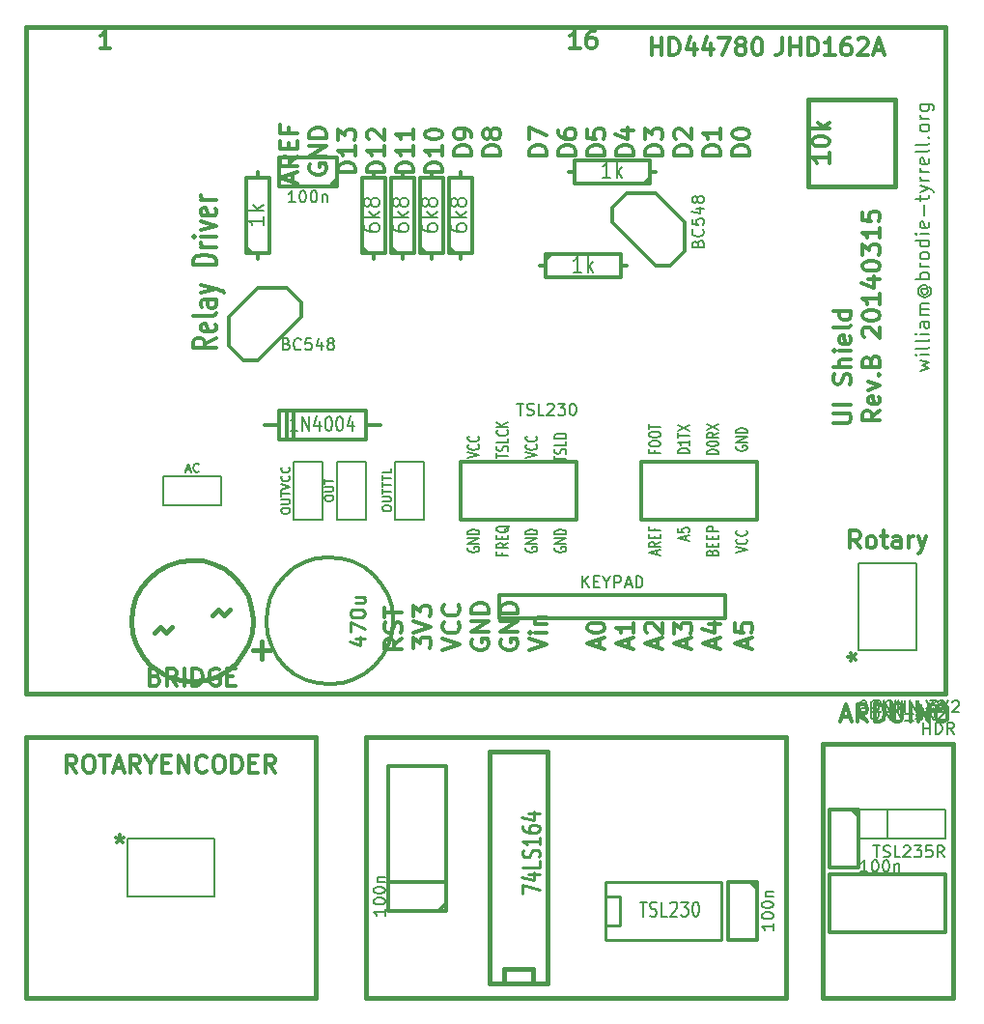
<source format=gto>
G04 (created by PCBNEW-RS274X (2011-05-25)-stable) date Fri 21 Mar 2014 22:09:39 CST*
G01*
G70*
G90*
%MOIN*%
G04 Gerber Fmt 3.4, Leading zero omitted, Abs format*
%FSLAX34Y34*%
G04 APERTURE LIST*
%ADD10C,0.006000*%
%ADD11C,0.012000*%
%ADD12C,0.015000*%
%ADD13C,0.005900*%
%ADD14C,0.007900*%
%ADD15C,0.008000*%
%ADD16C,0.010000*%
%ADD17C,0.011300*%
G04 APERTURE END LIST*
G54D10*
G54D11*
X46824Y-31006D02*
X46443Y-31206D01*
X46824Y-31349D02*
X46024Y-31349D01*
X46024Y-31121D01*
X46062Y-31063D01*
X46100Y-31035D01*
X46176Y-31006D01*
X46290Y-31006D01*
X46367Y-31035D01*
X46405Y-31063D01*
X46443Y-31121D01*
X46443Y-31349D01*
X46786Y-30521D02*
X46824Y-30578D01*
X46824Y-30692D01*
X46786Y-30749D01*
X46710Y-30778D01*
X46405Y-30778D01*
X46329Y-30749D01*
X46290Y-30692D01*
X46290Y-30578D01*
X46329Y-30521D01*
X46405Y-30492D01*
X46481Y-30492D01*
X46557Y-30778D01*
X46824Y-30149D02*
X46786Y-30207D01*
X46710Y-30235D01*
X46024Y-30235D01*
X46824Y-29664D02*
X46405Y-29664D01*
X46329Y-29693D01*
X46290Y-29750D01*
X46290Y-29864D01*
X46329Y-29921D01*
X46786Y-29664D02*
X46824Y-29721D01*
X46824Y-29864D01*
X46786Y-29921D01*
X46710Y-29950D01*
X46633Y-29950D01*
X46557Y-29921D01*
X46519Y-29864D01*
X46519Y-29721D01*
X46481Y-29664D01*
X46290Y-29435D02*
X46824Y-29292D01*
X46290Y-29150D02*
X46824Y-29292D01*
X47014Y-29350D01*
X47052Y-29378D01*
X47090Y-29435D01*
X46824Y-28464D02*
X46024Y-28464D01*
X46024Y-28321D01*
X46062Y-28236D01*
X46138Y-28178D01*
X46214Y-28150D01*
X46367Y-28121D01*
X46481Y-28121D01*
X46633Y-28150D01*
X46710Y-28178D01*
X46786Y-28236D01*
X46824Y-28321D01*
X46824Y-28464D01*
X46824Y-27864D02*
X46290Y-27864D01*
X46443Y-27864D02*
X46367Y-27836D01*
X46329Y-27807D01*
X46290Y-27750D01*
X46290Y-27693D01*
X46824Y-27493D02*
X46290Y-27493D01*
X46024Y-27493D02*
X46062Y-27522D01*
X46100Y-27493D01*
X46062Y-27465D01*
X46024Y-27493D01*
X46100Y-27493D01*
X46290Y-27264D02*
X46824Y-27121D01*
X46290Y-26979D01*
X46786Y-26522D02*
X46824Y-26579D01*
X46824Y-26693D01*
X46786Y-26750D01*
X46710Y-26779D01*
X46405Y-26779D01*
X46329Y-26750D01*
X46290Y-26693D01*
X46290Y-26579D01*
X46329Y-26522D01*
X46405Y-26493D01*
X46481Y-26493D01*
X46557Y-26779D01*
X46824Y-26236D02*
X46290Y-26236D01*
X46443Y-26236D02*
X46367Y-26208D01*
X46329Y-26179D01*
X46290Y-26122D01*
X46290Y-26065D01*
G54D12*
X67750Y-53750D02*
X67750Y-45000D01*
X72250Y-45000D02*
X72250Y-53750D01*
X52000Y-53750D02*
X52000Y-44750D01*
X66500Y-53750D02*
X52000Y-53750D01*
X66500Y-44750D02*
X66500Y-53750D01*
X52000Y-44750D02*
X66500Y-44750D01*
X72250Y-53750D02*
X67750Y-53750D01*
X67750Y-45000D02*
X72250Y-45000D01*
G54D13*
X58515Y-35242D02*
X58515Y-35073D01*
X58909Y-35158D02*
X58515Y-35158D01*
X58891Y-34989D02*
X58909Y-34947D01*
X58909Y-34876D01*
X58891Y-34848D01*
X58872Y-34834D01*
X58834Y-34820D01*
X58797Y-34820D01*
X58759Y-34834D01*
X58741Y-34848D01*
X58722Y-34876D01*
X58703Y-34933D01*
X58684Y-34961D01*
X58666Y-34975D01*
X58628Y-34989D01*
X58591Y-34989D01*
X58553Y-34975D01*
X58534Y-34961D01*
X58515Y-34933D01*
X58515Y-34862D01*
X58534Y-34820D01*
X58909Y-34553D02*
X58909Y-34694D01*
X58515Y-34694D01*
X58909Y-34455D02*
X58515Y-34455D01*
X58515Y-34385D01*
X58534Y-34342D01*
X58572Y-34314D01*
X58609Y-34300D01*
X58684Y-34286D01*
X58741Y-34286D01*
X58816Y-34300D01*
X58853Y-34314D01*
X58891Y-34342D01*
X58909Y-34385D01*
X58909Y-34455D01*
X57515Y-35143D02*
X57909Y-35045D01*
X57515Y-34946D01*
X57872Y-34679D02*
X57891Y-34693D01*
X57909Y-34735D01*
X57909Y-34763D01*
X57891Y-34806D01*
X57853Y-34834D01*
X57816Y-34848D01*
X57741Y-34862D01*
X57684Y-34862D01*
X57609Y-34848D01*
X57572Y-34834D01*
X57534Y-34806D01*
X57515Y-34763D01*
X57515Y-34735D01*
X57534Y-34693D01*
X57553Y-34679D01*
X57872Y-34384D02*
X57891Y-34398D01*
X57909Y-34440D01*
X57909Y-34468D01*
X57891Y-34511D01*
X57853Y-34539D01*
X57816Y-34553D01*
X57741Y-34567D01*
X57684Y-34567D01*
X57609Y-34553D01*
X57572Y-34539D01*
X57534Y-34511D01*
X57515Y-34468D01*
X57515Y-34440D01*
X57534Y-34398D01*
X57553Y-34384D01*
X58534Y-38224D02*
X58515Y-38252D01*
X58515Y-38294D01*
X58534Y-38337D01*
X58572Y-38365D01*
X58609Y-38379D01*
X58684Y-38393D01*
X58741Y-38393D01*
X58816Y-38379D01*
X58853Y-38365D01*
X58891Y-38337D01*
X58909Y-38294D01*
X58909Y-38266D01*
X58891Y-38224D01*
X58872Y-38210D01*
X58741Y-38210D01*
X58741Y-38266D01*
X58909Y-38084D02*
X58515Y-38084D01*
X58909Y-37915D01*
X58515Y-37915D01*
X58909Y-37775D02*
X58515Y-37775D01*
X58515Y-37705D01*
X58534Y-37662D01*
X58572Y-37634D01*
X58609Y-37620D01*
X58684Y-37606D01*
X58741Y-37606D01*
X58816Y-37620D01*
X58853Y-37634D01*
X58891Y-37662D01*
X58909Y-37705D01*
X58909Y-37775D01*
X57534Y-38224D02*
X57515Y-38252D01*
X57515Y-38294D01*
X57534Y-38337D01*
X57572Y-38365D01*
X57609Y-38379D01*
X57684Y-38393D01*
X57741Y-38393D01*
X57816Y-38379D01*
X57853Y-38365D01*
X57891Y-38337D01*
X57909Y-38294D01*
X57909Y-38266D01*
X57891Y-38224D01*
X57872Y-38210D01*
X57741Y-38210D01*
X57741Y-38266D01*
X57909Y-38084D02*
X57515Y-38084D01*
X57909Y-37915D01*
X57515Y-37915D01*
X57909Y-37775D02*
X57515Y-37775D01*
X57515Y-37705D01*
X57534Y-37662D01*
X57572Y-37634D01*
X57609Y-37620D01*
X57684Y-37606D01*
X57741Y-37606D01*
X57816Y-37620D01*
X57853Y-37634D01*
X57891Y-37662D01*
X57909Y-37705D01*
X57909Y-37775D01*
X56515Y-35139D02*
X56515Y-34970D01*
X56909Y-35055D02*
X56515Y-35055D01*
X56891Y-34886D02*
X56909Y-34844D01*
X56909Y-34773D01*
X56891Y-34745D01*
X56872Y-34731D01*
X56834Y-34717D01*
X56797Y-34717D01*
X56759Y-34731D01*
X56741Y-34745D01*
X56722Y-34773D01*
X56703Y-34830D01*
X56684Y-34858D01*
X56666Y-34872D01*
X56628Y-34886D01*
X56591Y-34886D01*
X56553Y-34872D01*
X56534Y-34858D01*
X56515Y-34830D01*
X56515Y-34759D01*
X56534Y-34717D01*
X56909Y-34450D02*
X56909Y-34591D01*
X56515Y-34591D01*
X56872Y-34183D02*
X56891Y-34197D01*
X56909Y-34239D01*
X56909Y-34267D01*
X56891Y-34310D01*
X56853Y-34338D01*
X56816Y-34352D01*
X56741Y-34366D01*
X56684Y-34366D01*
X56609Y-34352D01*
X56572Y-34338D01*
X56534Y-34310D01*
X56515Y-34267D01*
X56515Y-34239D01*
X56534Y-34197D01*
X56553Y-34183D01*
X56909Y-34057D02*
X56515Y-34057D01*
X56909Y-33888D02*
X56684Y-34015D01*
X56515Y-33888D02*
X56741Y-34057D01*
X56703Y-38393D02*
X56703Y-38492D01*
X56909Y-38492D02*
X56515Y-38492D01*
X56515Y-38351D01*
X56909Y-38070D02*
X56722Y-38169D01*
X56909Y-38239D02*
X56515Y-38239D01*
X56515Y-38126D01*
X56534Y-38098D01*
X56553Y-38084D01*
X56591Y-38070D01*
X56647Y-38070D01*
X56684Y-38084D01*
X56703Y-38098D01*
X56722Y-38126D01*
X56722Y-38239D01*
X56703Y-37944D02*
X56703Y-37845D01*
X56909Y-37803D02*
X56909Y-37944D01*
X56515Y-37944D01*
X56515Y-37803D01*
X56947Y-37480D02*
X56928Y-37508D01*
X56891Y-37536D01*
X56834Y-37578D01*
X56816Y-37607D01*
X56816Y-37635D01*
X56909Y-37621D02*
X56891Y-37649D01*
X56853Y-37677D01*
X56778Y-37691D01*
X56647Y-37691D01*
X56572Y-37677D01*
X56534Y-37649D01*
X56515Y-37621D01*
X56515Y-37564D01*
X56534Y-37536D01*
X56572Y-37508D01*
X56647Y-37494D01*
X56778Y-37494D01*
X56853Y-37508D01*
X56891Y-37536D01*
X56909Y-37564D01*
X56909Y-37621D01*
X55534Y-38224D02*
X55515Y-38252D01*
X55515Y-38294D01*
X55534Y-38337D01*
X55572Y-38365D01*
X55609Y-38379D01*
X55684Y-38393D01*
X55741Y-38393D01*
X55816Y-38379D01*
X55853Y-38365D01*
X55891Y-38337D01*
X55909Y-38294D01*
X55909Y-38266D01*
X55891Y-38224D01*
X55872Y-38210D01*
X55741Y-38210D01*
X55741Y-38266D01*
X55909Y-38084D02*
X55515Y-38084D01*
X55909Y-37915D01*
X55515Y-37915D01*
X55909Y-37775D02*
X55515Y-37775D01*
X55515Y-37705D01*
X55534Y-37662D01*
X55572Y-37634D01*
X55609Y-37620D01*
X55684Y-37606D01*
X55741Y-37606D01*
X55816Y-37620D01*
X55853Y-37634D01*
X55891Y-37662D01*
X55909Y-37705D01*
X55909Y-37775D01*
X55515Y-35143D02*
X55909Y-35045D01*
X55515Y-34946D01*
X55872Y-34679D02*
X55891Y-34693D01*
X55909Y-34735D01*
X55909Y-34763D01*
X55891Y-34806D01*
X55853Y-34834D01*
X55816Y-34848D01*
X55741Y-34862D01*
X55684Y-34862D01*
X55609Y-34848D01*
X55572Y-34834D01*
X55534Y-34806D01*
X55515Y-34763D01*
X55515Y-34735D01*
X55534Y-34693D01*
X55553Y-34679D01*
X55872Y-34384D02*
X55891Y-34398D01*
X55909Y-34440D01*
X55909Y-34468D01*
X55891Y-34511D01*
X55853Y-34539D01*
X55816Y-34553D01*
X55741Y-34567D01*
X55684Y-34567D01*
X55609Y-34553D01*
X55572Y-34539D01*
X55534Y-34511D01*
X55515Y-34468D01*
X55515Y-34440D01*
X55534Y-34398D01*
X55553Y-34384D01*
X64784Y-34724D02*
X64765Y-34752D01*
X64765Y-34794D01*
X64784Y-34837D01*
X64822Y-34865D01*
X64859Y-34879D01*
X64934Y-34893D01*
X64991Y-34893D01*
X65066Y-34879D01*
X65103Y-34865D01*
X65141Y-34837D01*
X65159Y-34794D01*
X65159Y-34766D01*
X65141Y-34724D01*
X65122Y-34710D01*
X64991Y-34710D01*
X64991Y-34766D01*
X65159Y-34584D02*
X64765Y-34584D01*
X65159Y-34415D01*
X64765Y-34415D01*
X65159Y-34275D02*
X64765Y-34275D01*
X64765Y-34205D01*
X64784Y-34162D01*
X64822Y-34134D01*
X64859Y-34120D01*
X64934Y-34106D01*
X64991Y-34106D01*
X65066Y-34120D01*
X65103Y-34134D01*
X65141Y-34162D01*
X65159Y-34205D01*
X65159Y-34275D01*
X64159Y-35006D02*
X63765Y-35006D01*
X63765Y-34936D01*
X63784Y-34893D01*
X63822Y-34865D01*
X63859Y-34851D01*
X63934Y-34837D01*
X63991Y-34837D01*
X64066Y-34851D01*
X64103Y-34865D01*
X64141Y-34893D01*
X64159Y-34936D01*
X64159Y-35006D01*
X63765Y-34655D02*
X63765Y-34626D01*
X63784Y-34598D01*
X63803Y-34584D01*
X63841Y-34570D01*
X63916Y-34556D01*
X64009Y-34556D01*
X64084Y-34570D01*
X64122Y-34584D01*
X64141Y-34598D01*
X64159Y-34626D01*
X64159Y-34655D01*
X64141Y-34683D01*
X64122Y-34697D01*
X64084Y-34711D01*
X64009Y-34725D01*
X63916Y-34725D01*
X63841Y-34711D01*
X63803Y-34697D01*
X63784Y-34683D01*
X63765Y-34655D01*
X64159Y-34261D02*
X63972Y-34360D01*
X64159Y-34430D02*
X63765Y-34430D01*
X63765Y-34317D01*
X63784Y-34289D01*
X63803Y-34275D01*
X63841Y-34261D01*
X63897Y-34261D01*
X63934Y-34275D01*
X63953Y-34289D01*
X63972Y-34317D01*
X63972Y-34430D01*
X63765Y-34163D02*
X64159Y-33966D01*
X63765Y-33966D02*
X64159Y-34163D01*
X63159Y-34971D02*
X62765Y-34971D01*
X62765Y-34901D01*
X62784Y-34858D01*
X62822Y-34830D01*
X62859Y-34816D01*
X62934Y-34802D01*
X62991Y-34802D01*
X63066Y-34816D01*
X63103Y-34830D01*
X63141Y-34858D01*
X63159Y-34901D01*
X63159Y-34971D01*
X63159Y-34521D02*
X63159Y-34690D01*
X63159Y-34606D02*
X62765Y-34606D01*
X62822Y-34634D01*
X62859Y-34662D01*
X62878Y-34690D01*
X62765Y-34437D02*
X62765Y-34268D01*
X63159Y-34353D02*
X62765Y-34353D01*
X62765Y-34198D02*
X63159Y-34001D01*
X62765Y-34001D02*
X63159Y-34198D01*
X64765Y-38393D02*
X65159Y-38295D01*
X64765Y-38196D01*
X65122Y-37929D02*
X65141Y-37943D01*
X65159Y-37985D01*
X65159Y-38013D01*
X65141Y-38056D01*
X65103Y-38084D01*
X65066Y-38098D01*
X64991Y-38112D01*
X64934Y-38112D01*
X64859Y-38098D01*
X64822Y-38084D01*
X64784Y-38056D01*
X64765Y-38013D01*
X64765Y-37985D01*
X64784Y-37943D01*
X64803Y-37929D01*
X65122Y-37634D02*
X65141Y-37648D01*
X65159Y-37690D01*
X65159Y-37718D01*
X65141Y-37761D01*
X65103Y-37789D01*
X65066Y-37803D01*
X64991Y-37817D01*
X64934Y-37817D01*
X64859Y-37803D01*
X64822Y-37789D01*
X64784Y-37761D01*
X64765Y-37718D01*
X64765Y-37690D01*
X64784Y-37648D01*
X64803Y-37634D01*
X63047Y-37961D02*
X63047Y-37820D01*
X63159Y-37989D02*
X62765Y-37891D01*
X63159Y-37792D01*
X62765Y-37553D02*
X62765Y-37694D01*
X62953Y-37708D01*
X62934Y-37694D01*
X62916Y-37666D01*
X62916Y-37595D01*
X62934Y-37567D01*
X62953Y-37553D01*
X62991Y-37539D01*
X63084Y-37539D01*
X63122Y-37553D01*
X63141Y-37567D01*
X63159Y-37595D01*
X63159Y-37666D01*
X63141Y-37694D01*
X63122Y-37708D01*
X62047Y-38478D02*
X62047Y-38337D01*
X62159Y-38506D02*
X61765Y-38408D01*
X62159Y-38309D01*
X62159Y-38042D02*
X61972Y-38141D01*
X62159Y-38211D02*
X61765Y-38211D01*
X61765Y-38098D01*
X61784Y-38070D01*
X61803Y-38056D01*
X61841Y-38042D01*
X61897Y-38042D01*
X61934Y-38056D01*
X61953Y-38070D01*
X61972Y-38098D01*
X61972Y-38211D01*
X61953Y-37916D02*
X61953Y-37817D01*
X62159Y-37775D02*
X62159Y-37916D01*
X61765Y-37916D01*
X61765Y-37775D01*
X61953Y-37550D02*
X61953Y-37649D01*
X62159Y-37649D02*
X61765Y-37649D01*
X61765Y-37508D01*
X63953Y-38393D02*
X63972Y-38351D01*
X63991Y-38337D01*
X64028Y-38323D01*
X64084Y-38323D01*
X64122Y-38337D01*
X64141Y-38351D01*
X64159Y-38379D01*
X64159Y-38492D01*
X63765Y-38492D01*
X63765Y-38393D01*
X63784Y-38365D01*
X63803Y-38351D01*
X63841Y-38337D01*
X63878Y-38337D01*
X63916Y-38351D01*
X63934Y-38365D01*
X63953Y-38393D01*
X63953Y-38492D01*
X63953Y-38197D02*
X63953Y-38098D01*
X64159Y-38056D02*
X64159Y-38197D01*
X63765Y-38197D01*
X63765Y-38056D01*
X63953Y-37930D02*
X63953Y-37831D01*
X64159Y-37789D02*
X64159Y-37930D01*
X63765Y-37930D01*
X63765Y-37789D01*
X64159Y-37663D02*
X63765Y-37663D01*
X63765Y-37550D01*
X63784Y-37522D01*
X63803Y-37508D01*
X63841Y-37494D01*
X63897Y-37494D01*
X63934Y-37508D01*
X63953Y-37522D01*
X63972Y-37550D01*
X63972Y-37663D01*
X61953Y-34879D02*
X61953Y-34978D01*
X62159Y-34978D02*
X61765Y-34978D01*
X61765Y-34837D01*
X61765Y-34669D02*
X61765Y-34612D01*
X61784Y-34584D01*
X61822Y-34556D01*
X61897Y-34542D01*
X62028Y-34542D01*
X62103Y-34556D01*
X62141Y-34584D01*
X62159Y-34612D01*
X62159Y-34669D01*
X62141Y-34697D01*
X62103Y-34725D01*
X62028Y-34739D01*
X61897Y-34739D01*
X61822Y-34725D01*
X61784Y-34697D01*
X61765Y-34669D01*
X61765Y-34360D02*
X61765Y-34303D01*
X61784Y-34275D01*
X61822Y-34247D01*
X61897Y-34233D01*
X62028Y-34233D01*
X62103Y-34247D01*
X62141Y-34275D01*
X62159Y-34303D01*
X62159Y-34360D01*
X62141Y-34388D01*
X62103Y-34416D01*
X62028Y-34430D01*
X61897Y-34430D01*
X61822Y-34416D01*
X61784Y-34388D01*
X61765Y-34360D01*
X61765Y-34149D02*
X61765Y-33980D01*
X62159Y-34065D02*
X61765Y-34065D01*
G54D12*
X40250Y-43250D02*
X40250Y-20250D01*
X44000Y-43250D02*
X40250Y-43250D01*
G54D14*
X71126Y-32119D02*
X71441Y-32029D01*
X71216Y-31939D01*
X71441Y-31849D01*
X71126Y-31759D01*
X71441Y-31580D02*
X71126Y-31580D01*
X70969Y-31580D02*
X70992Y-31602D01*
X71014Y-31580D01*
X70992Y-31557D01*
X70969Y-31580D01*
X71014Y-31580D01*
X71441Y-31287D02*
X71419Y-31332D01*
X71374Y-31355D01*
X70969Y-31355D01*
X71441Y-31040D02*
X71419Y-31085D01*
X71374Y-31108D01*
X70969Y-31108D01*
X71441Y-30861D02*
X71126Y-30861D01*
X70969Y-30861D02*
X70992Y-30883D01*
X71014Y-30861D01*
X70992Y-30838D01*
X70969Y-30861D01*
X71014Y-30861D01*
X71441Y-30433D02*
X71194Y-30433D01*
X71149Y-30456D01*
X71126Y-30501D01*
X71126Y-30591D01*
X71149Y-30636D01*
X71419Y-30433D02*
X71441Y-30478D01*
X71441Y-30591D01*
X71419Y-30636D01*
X71374Y-30658D01*
X71329Y-30658D01*
X71284Y-30636D01*
X71261Y-30591D01*
X71261Y-30478D01*
X71239Y-30433D01*
X71441Y-30209D02*
X71126Y-30209D01*
X71171Y-30209D02*
X71149Y-30186D01*
X71126Y-30141D01*
X71126Y-30074D01*
X71149Y-30029D01*
X71194Y-30006D01*
X71441Y-30006D01*
X71194Y-30006D02*
X71149Y-29984D01*
X71126Y-29939D01*
X71126Y-29871D01*
X71149Y-29827D01*
X71194Y-29804D01*
X71441Y-29804D01*
X71216Y-29287D02*
X71194Y-29310D01*
X71171Y-29355D01*
X71171Y-29400D01*
X71194Y-29445D01*
X71216Y-29467D01*
X71261Y-29490D01*
X71306Y-29490D01*
X71351Y-29467D01*
X71374Y-29445D01*
X71396Y-29400D01*
X71396Y-29355D01*
X71374Y-29310D01*
X71351Y-29287D01*
X71171Y-29287D02*
X71351Y-29287D01*
X71374Y-29265D01*
X71374Y-29242D01*
X71351Y-29198D01*
X71306Y-29175D01*
X71194Y-29175D01*
X71126Y-29220D01*
X71081Y-29287D01*
X71059Y-29377D01*
X71081Y-29467D01*
X71126Y-29535D01*
X71194Y-29580D01*
X71284Y-29602D01*
X71374Y-29580D01*
X71441Y-29535D01*
X71486Y-29467D01*
X71508Y-29377D01*
X71486Y-29287D01*
X71441Y-29220D01*
X71441Y-28973D02*
X70969Y-28973D01*
X71149Y-28973D02*
X71126Y-28928D01*
X71126Y-28838D01*
X71149Y-28793D01*
X71171Y-28770D01*
X71216Y-28748D01*
X71351Y-28748D01*
X71396Y-28770D01*
X71419Y-28793D01*
X71441Y-28838D01*
X71441Y-28928D01*
X71419Y-28973D01*
X71441Y-28546D02*
X71126Y-28546D01*
X71216Y-28546D02*
X71171Y-28523D01*
X71149Y-28501D01*
X71126Y-28456D01*
X71126Y-28411D01*
X71441Y-28186D02*
X71419Y-28231D01*
X71396Y-28254D01*
X71351Y-28276D01*
X71216Y-28276D01*
X71171Y-28254D01*
X71149Y-28231D01*
X71126Y-28186D01*
X71126Y-28119D01*
X71149Y-28074D01*
X71171Y-28051D01*
X71216Y-28029D01*
X71351Y-28029D01*
X71396Y-28051D01*
X71419Y-28074D01*
X71441Y-28119D01*
X71441Y-28186D01*
X71441Y-27624D02*
X70969Y-27624D01*
X71419Y-27624D02*
X71441Y-27669D01*
X71441Y-27759D01*
X71419Y-27804D01*
X71396Y-27827D01*
X71351Y-27849D01*
X71216Y-27849D01*
X71171Y-27827D01*
X71149Y-27804D01*
X71126Y-27759D01*
X71126Y-27669D01*
X71149Y-27624D01*
X71441Y-27400D02*
X71126Y-27400D01*
X70969Y-27400D02*
X70992Y-27422D01*
X71014Y-27400D01*
X70992Y-27377D01*
X70969Y-27400D01*
X71014Y-27400D01*
X71419Y-26995D02*
X71441Y-27040D01*
X71441Y-27130D01*
X71419Y-27175D01*
X71374Y-27197D01*
X71194Y-27197D01*
X71149Y-27175D01*
X71126Y-27130D01*
X71126Y-27040D01*
X71149Y-26995D01*
X71194Y-26972D01*
X71239Y-26972D01*
X71284Y-27197D01*
X71261Y-26770D02*
X71261Y-26410D01*
X71126Y-26253D02*
X71126Y-26073D01*
X70969Y-26186D02*
X71374Y-26186D01*
X71419Y-26163D01*
X71441Y-26118D01*
X71441Y-26073D01*
X71126Y-25961D02*
X71441Y-25848D01*
X71126Y-25736D02*
X71441Y-25848D01*
X71553Y-25893D01*
X71576Y-25916D01*
X71598Y-25961D01*
X71441Y-25556D02*
X71126Y-25556D01*
X71216Y-25556D02*
X71171Y-25533D01*
X71149Y-25511D01*
X71126Y-25466D01*
X71126Y-25421D01*
X71441Y-25264D02*
X71126Y-25264D01*
X71216Y-25264D02*
X71171Y-25241D01*
X71149Y-25219D01*
X71126Y-25174D01*
X71126Y-25129D01*
X71419Y-24792D02*
X71441Y-24837D01*
X71441Y-24927D01*
X71419Y-24972D01*
X71374Y-24994D01*
X71194Y-24994D01*
X71149Y-24972D01*
X71126Y-24927D01*
X71126Y-24837D01*
X71149Y-24792D01*
X71194Y-24769D01*
X71239Y-24769D01*
X71284Y-24994D01*
X71441Y-24499D02*
X71419Y-24544D01*
X71374Y-24567D01*
X70969Y-24567D01*
X71441Y-24252D02*
X71419Y-24297D01*
X71374Y-24320D01*
X70969Y-24320D01*
X71396Y-24073D02*
X71419Y-24050D01*
X71441Y-24073D01*
X71419Y-24095D01*
X71396Y-24073D01*
X71441Y-24073D01*
X71441Y-23780D02*
X71419Y-23825D01*
X71396Y-23848D01*
X71351Y-23870D01*
X71216Y-23870D01*
X71171Y-23848D01*
X71149Y-23825D01*
X71126Y-23780D01*
X71126Y-23713D01*
X71149Y-23668D01*
X71171Y-23645D01*
X71216Y-23623D01*
X71351Y-23623D01*
X71396Y-23645D01*
X71419Y-23668D01*
X71441Y-23713D01*
X71441Y-23780D01*
X71441Y-23421D02*
X71126Y-23421D01*
X71216Y-23421D02*
X71171Y-23398D01*
X71149Y-23376D01*
X71126Y-23331D01*
X71126Y-23286D01*
X71126Y-22926D02*
X71508Y-22926D01*
X71553Y-22949D01*
X71576Y-22971D01*
X71598Y-23016D01*
X71598Y-23084D01*
X71576Y-23129D01*
X71419Y-22926D02*
X71441Y-22971D01*
X71441Y-23061D01*
X71419Y-23106D01*
X71396Y-23129D01*
X71351Y-23151D01*
X71216Y-23151D01*
X71171Y-23129D01*
X71149Y-23106D01*
X71126Y-23061D01*
X71126Y-22971D01*
X71149Y-22926D01*
G54D11*
X59386Y-20993D02*
X59043Y-20993D01*
X59215Y-20993D02*
X59215Y-20393D01*
X59158Y-20479D01*
X59100Y-20536D01*
X59043Y-20564D01*
X59900Y-20393D02*
X59786Y-20393D01*
X59729Y-20421D01*
X59700Y-20450D01*
X59643Y-20536D01*
X59614Y-20650D01*
X59614Y-20879D01*
X59643Y-20936D01*
X59671Y-20964D01*
X59729Y-20993D01*
X59843Y-20993D01*
X59900Y-20964D01*
X59929Y-20936D01*
X59957Y-20879D01*
X59957Y-20736D01*
X59929Y-20679D01*
X59900Y-20650D01*
X59843Y-20621D01*
X59729Y-20621D01*
X59671Y-20650D01*
X59643Y-20679D01*
X59614Y-20736D01*
X43172Y-20993D02*
X42829Y-20993D01*
X43001Y-20993D02*
X43001Y-20393D01*
X42944Y-20479D01*
X42886Y-20536D01*
X42829Y-20564D01*
X66358Y-20643D02*
X66358Y-21071D01*
X66330Y-21157D01*
X66273Y-21214D01*
X66187Y-21243D01*
X66130Y-21243D01*
X66644Y-21243D02*
X66644Y-20643D01*
X66644Y-20929D02*
X66987Y-20929D01*
X66987Y-21243D02*
X66987Y-20643D01*
X67273Y-21243D02*
X67273Y-20643D01*
X67416Y-20643D01*
X67501Y-20671D01*
X67559Y-20729D01*
X67587Y-20786D01*
X67616Y-20900D01*
X67616Y-20986D01*
X67587Y-21100D01*
X67559Y-21157D01*
X67501Y-21214D01*
X67416Y-21243D01*
X67273Y-21243D01*
X68187Y-21243D02*
X67844Y-21243D01*
X68016Y-21243D02*
X68016Y-20643D01*
X67959Y-20729D01*
X67901Y-20786D01*
X67844Y-20814D01*
X68701Y-20643D02*
X68587Y-20643D01*
X68530Y-20671D01*
X68501Y-20700D01*
X68444Y-20786D01*
X68415Y-20900D01*
X68415Y-21129D01*
X68444Y-21186D01*
X68472Y-21214D01*
X68530Y-21243D01*
X68644Y-21243D01*
X68701Y-21214D01*
X68730Y-21186D01*
X68758Y-21129D01*
X68758Y-20986D01*
X68730Y-20929D01*
X68701Y-20900D01*
X68644Y-20871D01*
X68530Y-20871D01*
X68472Y-20900D01*
X68444Y-20929D01*
X68415Y-20986D01*
X68986Y-20700D02*
X69015Y-20671D01*
X69072Y-20643D01*
X69215Y-20643D01*
X69272Y-20671D01*
X69301Y-20700D01*
X69329Y-20757D01*
X69329Y-20814D01*
X69301Y-20900D01*
X68958Y-21243D01*
X69329Y-21243D01*
X69557Y-21071D02*
X69843Y-21071D01*
X69500Y-21243D02*
X69700Y-20643D01*
X69900Y-21243D01*
X43501Y-48143D02*
X43501Y-48286D01*
X43358Y-48229D02*
X43501Y-48286D01*
X43643Y-48229D01*
X43415Y-48400D02*
X43501Y-48286D01*
X43586Y-48400D01*
X68643Y-41999D02*
X68786Y-41999D01*
X68729Y-42142D02*
X68786Y-41999D01*
X68729Y-41857D01*
X68900Y-42085D02*
X68786Y-41999D01*
X68900Y-41914D01*
X69058Y-38243D02*
X68858Y-37957D01*
X68715Y-38243D02*
X68715Y-37643D01*
X68943Y-37643D01*
X69001Y-37671D01*
X69029Y-37700D01*
X69058Y-37757D01*
X69058Y-37843D01*
X69029Y-37900D01*
X69001Y-37929D01*
X68943Y-37957D01*
X68715Y-37957D01*
X69401Y-38243D02*
X69343Y-38214D01*
X69315Y-38186D01*
X69286Y-38129D01*
X69286Y-37957D01*
X69315Y-37900D01*
X69343Y-37871D01*
X69401Y-37843D01*
X69486Y-37843D01*
X69543Y-37871D01*
X69572Y-37900D01*
X69601Y-37957D01*
X69601Y-38129D01*
X69572Y-38186D01*
X69543Y-38214D01*
X69486Y-38243D01*
X69401Y-38243D01*
X69772Y-37843D02*
X70001Y-37843D01*
X69858Y-37643D02*
X69858Y-38157D01*
X69886Y-38214D01*
X69944Y-38243D01*
X70001Y-38243D01*
X70458Y-38243D02*
X70458Y-37929D01*
X70429Y-37871D01*
X70372Y-37843D01*
X70258Y-37843D01*
X70201Y-37871D01*
X70458Y-38214D02*
X70401Y-38243D01*
X70258Y-38243D01*
X70201Y-38214D01*
X70172Y-38157D01*
X70172Y-38100D01*
X70201Y-38043D01*
X70258Y-38014D01*
X70401Y-38014D01*
X70458Y-37986D01*
X70744Y-38243D02*
X70744Y-37843D01*
X70744Y-37957D02*
X70772Y-37900D01*
X70801Y-37871D01*
X70858Y-37843D01*
X70915Y-37843D01*
X71058Y-37843D02*
X71201Y-38243D01*
X71343Y-37843D02*
X71201Y-38243D01*
X71143Y-38386D01*
X71115Y-38414D01*
X71058Y-38443D01*
X68143Y-33928D02*
X68629Y-33928D01*
X68686Y-33900D01*
X68714Y-33871D01*
X68743Y-33814D01*
X68743Y-33700D01*
X68714Y-33642D01*
X68686Y-33614D01*
X68629Y-33585D01*
X68143Y-33585D01*
X68743Y-33299D02*
X68143Y-33299D01*
X68714Y-32585D02*
X68743Y-32499D01*
X68743Y-32356D01*
X68714Y-32299D01*
X68686Y-32270D01*
X68629Y-32242D01*
X68571Y-32242D01*
X68514Y-32270D01*
X68486Y-32299D01*
X68457Y-32356D01*
X68429Y-32470D01*
X68400Y-32528D01*
X68371Y-32556D01*
X68314Y-32585D01*
X68257Y-32585D01*
X68200Y-32556D01*
X68171Y-32528D01*
X68143Y-32470D01*
X68143Y-32328D01*
X68171Y-32242D01*
X68743Y-31985D02*
X68143Y-31985D01*
X68743Y-31728D02*
X68429Y-31728D01*
X68371Y-31757D01*
X68343Y-31814D01*
X68343Y-31899D01*
X68371Y-31957D01*
X68400Y-31985D01*
X68743Y-31442D02*
X68343Y-31442D01*
X68143Y-31442D02*
X68171Y-31471D01*
X68200Y-31442D01*
X68171Y-31414D01*
X68143Y-31442D01*
X68200Y-31442D01*
X68714Y-30928D02*
X68743Y-30985D01*
X68743Y-31099D01*
X68714Y-31156D01*
X68657Y-31185D01*
X68429Y-31185D01*
X68371Y-31156D01*
X68343Y-31099D01*
X68343Y-30985D01*
X68371Y-30928D01*
X68429Y-30899D01*
X68486Y-30899D01*
X68543Y-31185D01*
X68743Y-30556D02*
X68714Y-30614D01*
X68657Y-30642D01*
X68143Y-30642D01*
X68743Y-30071D02*
X68143Y-30071D01*
X68714Y-30071D02*
X68743Y-30128D01*
X68743Y-30242D01*
X68714Y-30300D01*
X68686Y-30328D01*
X68629Y-30357D01*
X68457Y-30357D01*
X68400Y-30328D01*
X68371Y-30300D01*
X68343Y-30242D01*
X68343Y-30128D01*
X68371Y-30071D01*
G54D12*
X42500Y-20250D02*
X40250Y-20250D01*
G54D11*
X69743Y-33505D02*
X69457Y-33705D01*
X69743Y-33848D02*
X69143Y-33848D01*
X69143Y-33620D01*
X69171Y-33562D01*
X69200Y-33534D01*
X69257Y-33505D01*
X69343Y-33505D01*
X69400Y-33534D01*
X69429Y-33562D01*
X69457Y-33620D01*
X69457Y-33848D01*
X69714Y-33020D02*
X69743Y-33077D01*
X69743Y-33191D01*
X69714Y-33248D01*
X69657Y-33277D01*
X69429Y-33277D01*
X69371Y-33248D01*
X69343Y-33191D01*
X69343Y-33077D01*
X69371Y-33020D01*
X69429Y-32991D01*
X69486Y-32991D01*
X69543Y-33277D01*
X69343Y-32791D02*
X69743Y-32648D01*
X69343Y-32506D01*
X69686Y-32277D02*
X69714Y-32249D01*
X69743Y-32277D01*
X69714Y-32306D01*
X69686Y-32277D01*
X69743Y-32277D01*
X69429Y-31791D02*
X69457Y-31705D01*
X69486Y-31677D01*
X69543Y-31648D01*
X69629Y-31648D01*
X69686Y-31677D01*
X69714Y-31705D01*
X69743Y-31763D01*
X69743Y-31991D01*
X69143Y-31991D01*
X69143Y-31791D01*
X69171Y-31734D01*
X69200Y-31705D01*
X69257Y-31677D01*
X69314Y-31677D01*
X69371Y-31705D01*
X69400Y-31734D01*
X69429Y-31791D01*
X69429Y-31991D01*
X69200Y-30963D02*
X69171Y-30934D01*
X69143Y-30877D01*
X69143Y-30734D01*
X69171Y-30677D01*
X69200Y-30648D01*
X69257Y-30620D01*
X69314Y-30620D01*
X69400Y-30648D01*
X69743Y-30991D01*
X69743Y-30620D01*
X69143Y-30249D02*
X69143Y-30192D01*
X69171Y-30135D01*
X69200Y-30106D01*
X69257Y-30077D01*
X69371Y-30049D01*
X69514Y-30049D01*
X69629Y-30077D01*
X69686Y-30106D01*
X69714Y-30135D01*
X69743Y-30192D01*
X69743Y-30249D01*
X69714Y-30306D01*
X69686Y-30335D01*
X69629Y-30363D01*
X69514Y-30392D01*
X69371Y-30392D01*
X69257Y-30363D01*
X69200Y-30335D01*
X69171Y-30306D01*
X69143Y-30249D01*
X69743Y-29478D02*
X69743Y-29821D01*
X69743Y-29649D02*
X69143Y-29649D01*
X69229Y-29706D01*
X69286Y-29764D01*
X69314Y-29821D01*
X69343Y-28964D02*
X69743Y-28964D01*
X69114Y-29107D02*
X69543Y-29250D01*
X69543Y-28878D01*
X69143Y-28536D02*
X69143Y-28479D01*
X69171Y-28422D01*
X69200Y-28393D01*
X69257Y-28364D01*
X69371Y-28336D01*
X69514Y-28336D01*
X69629Y-28364D01*
X69686Y-28393D01*
X69714Y-28422D01*
X69743Y-28479D01*
X69743Y-28536D01*
X69714Y-28593D01*
X69686Y-28622D01*
X69629Y-28650D01*
X69514Y-28679D01*
X69371Y-28679D01*
X69257Y-28650D01*
X69200Y-28622D01*
X69171Y-28593D01*
X69143Y-28536D01*
X69143Y-28136D02*
X69143Y-27765D01*
X69371Y-27965D01*
X69371Y-27879D01*
X69400Y-27822D01*
X69429Y-27793D01*
X69486Y-27765D01*
X69629Y-27765D01*
X69686Y-27793D01*
X69714Y-27822D01*
X69743Y-27879D01*
X69743Y-28051D01*
X69714Y-28108D01*
X69686Y-28136D01*
X69743Y-27194D02*
X69743Y-27537D01*
X69743Y-27365D02*
X69143Y-27365D01*
X69229Y-27422D01*
X69286Y-27480D01*
X69314Y-27537D01*
X69143Y-26651D02*
X69143Y-26937D01*
X69429Y-26966D01*
X69400Y-26937D01*
X69371Y-26880D01*
X69371Y-26737D01*
X69400Y-26680D01*
X69429Y-26651D01*
X69486Y-26623D01*
X69629Y-26623D01*
X69686Y-26651D01*
X69714Y-26680D01*
X69743Y-26737D01*
X69743Y-26880D01*
X69714Y-26937D01*
X69686Y-26966D01*
G54D12*
X40250Y-44750D02*
X50250Y-44750D01*
X40250Y-53750D02*
X40250Y-44750D01*
X50250Y-53750D02*
X40250Y-53750D01*
X50250Y-44750D02*
X50250Y-53750D01*
X72000Y-20250D02*
X40500Y-20250D01*
X72000Y-43250D02*
X42000Y-43250D01*
X72000Y-43250D02*
X72000Y-20250D01*
G54D11*
X52000Y-34500D02*
X49000Y-34500D01*
X49000Y-34500D02*
X49000Y-33500D01*
X49000Y-33500D02*
X52000Y-33500D01*
X52000Y-33500D02*
X52000Y-34500D01*
X49250Y-34500D02*
X49250Y-33500D01*
X49500Y-33500D02*
X49500Y-34500D01*
X52000Y-34000D02*
X52500Y-34000D01*
X49000Y-34000D02*
X48500Y-34000D01*
G54D10*
X52000Y-37250D02*
X51000Y-37250D01*
X51000Y-37250D02*
X51000Y-35250D01*
X51000Y-35250D02*
X52000Y-35250D01*
X52000Y-35250D02*
X52000Y-37250D01*
X50500Y-37250D02*
X49500Y-37250D01*
X49500Y-37250D02*
X49500Y-35250D01*
X49500Y-35250D02*
X50500Y-35250D01*
X50500Y-35250D02*
X50500Y-37250D01*
X54000Y-37250D02*
X53000Y-37250D01*
X53000Y-37250D02*
X53000Y-35250D01*
X53000Y-35250D02*
X54000Y-35250D01*
X54000Y-35250D02*
X54000Y-37250D01*
G54D11*
X65500Y-37250D02*
X61500Y-37250D01*
X61500Y-37250D02*
X61500Y-35250D01*
X61500Y-35250D02*
X65500Y-35250D01*
X65500Y-35250D02*
X65500Y-37250D01*
X62000Y-25250D02*
X61800Y-25250D01*
X59000Y-25250D02*
X59200Y-25250D01*
X59200Y-25250D02*
X59200Y-25650D01*
X59200Y-25650D02*
X61800Y-25650D01*
X61800Y-25650D02*
X61800Y-24850D01*
X61800Y-24850D02*
X59200Y-24850D01*
X59200Y-24850D02*
X59200Y-25250D01*
X61800Y-25450D02*
X61600Y-25650D01*
X48250Y-28250D02*
X48250Y-28050D01*
X48250Y-25250D02*
X48250Y-25450D01*
X48250Y-25450D02*
X47850Y-25450D01*
X47850Y-25450D02*
X47850Y-28050D01*
X47850Y-28050D02*
X48650Y-28050D01*
X48650Y-28050D02*
X48650Y-25450D01*
X48650Y-25450D02*
X48250Y-25450D01*
X48050Y-28050D02*
X47850Y-27850D01*
X52250Y-28250D02*
X52250Y-28050D01*
X52250Y-25250D02*
X52250Y-25450D01*
X52250Y-25450D02*
X51850Y-25450D01*
X51850Y-25450D02*
X51850Y-28050D01*
X51850Y-28050D02*
X52650Y-28050D01*
X52650Y-28050D02*
X52650Y-25450D01*
X52650Y-25450D02*
X52250Y-25450D01*
X52050Y-28050D02*
X51850Y-27850D01*
X53250Y-28250D02*
X53250Y-28050D01*
X53250Y-25250D02*
X53250Y-25450D01*
X53250Y-25450D02*
X52850Y-25450D01*
X52850Y-25450D02*
X52850Y-28050D01*
X52850Y-28050D02*
X53650Y-28050D01*
X53650Y-28050D02*
X53650Y-25450D01*
X53650Y-25450D02*
X53250Y-25450D01*
X53050Y-28050D02*
X52850Y-27850D01*
X54250Y-28250D02*
X54250Y-28050D01*
X54250Y-25250D02*
X54250Y-25450D01*
X54250Y-25450D02*
X53850Y-25450D01*
X53850Y-25450D02*
X53850Y-28050D01*
X53850Y-28050D02*
X54650Y-28050D01*
X54650Y-28050D02*
X54650Y-25450D01*
X54650Y-25450D02*
X54250Y-25450D01*
X54050Y-28050D02*
X53850Y-27850D01*
X55250Y-28250D02*
X55250Y-28050D01*
X55250Y-25250D02*
X55250Y-25450D01*
X55250Y-25450D02*
X54850Y-25450D01*
X54850Y-25450D02*
X54850Y-28050D01*
X54850Y-28050D02*
X55650Y-28050D01*
X55650Y-28050D02*
X55650Y-25450D01*
X55650Y-25450D02*
X55250Y-25450D01*
X55050Y-28050D02*
X54850Y-27850D01*
X60500Y-27000D02*
X62000Y-28500D01*
X62000Y-28500D02*
X62500Y-28500D01*
X62500Y-28500D02*
X63000Y-28000D01*
X63000Y-28000D02*
X63000Y-27000D01*
X63000Y-27000D02*
X62000Y-26000D01*
X62000Y-26000D02*
X61000Y-26000D01*
X61000Y-26000D02*
X60500Y-26500D01*
X60500Y-26500D02*
X60500Y-27000D01*
X48250Y-31750D02*
X49750Y-30250D01*
X49750Y-30250D02*
X49750Y-29750D01*
X49750Y-29750D02*
X49250Y-29250D01*
X49250Y-29250D02*
X48250Y-29250D01*
X48250Y-29250D02*
X47250Y-30250D01*
X47250Y-30250D02*
X47250Y-31250D01*
X47250Y-31250D02*
X47750Y-31750D01*
X47750Y-31750D02*
X48250Y-31750D01*
X50980Y-25750D02*
X49000Y-25750D01*
X49000Y-25750D02*
X49000Y-24750D01*
X49000Y-24750D02*
X51000Y-24750D01*
X51000Y-24750D02*
X51000Y-25750D01*
X51000Y-25500D02*
X50750Y-25750D01*
G54D10*
X45000Y-36750D02*
X45000Y-35750D01*
X45000Y-35750D02*
X47000Y-35750D01*
X47000Y-35750D02*
X47000Y-36750D01*
X47000Y-36750D02*
X45000Y-36750D01*
G54D11*
X52945Y-40750D02*
X52903Y-41176D01*
X52779Y-41586D01*
X52578Y-41964D01*
X52307Y-42296D01*
X51977Y-42569D01*
X51600Y-42773D01*
X51191Y-42900D01*
X50765Y-42944D01*
X50339Y-42906D01*
X49928Y-42785D01*
X49549Y-42586D01*
X49215Y-42318D01*
X48939Y-41990D01*
X48733Y-41614D01*
X48603Y-41206D01*
X48556Y-40780D01*
X48592Y-40354D01*
X48710Y-39942D01*
X48905Y-39561D01*
X49172Y-39226D01*
X49498Y-38948D01*
X49872Y-38739D01*
X50279Y-38607D01*
X50705Y-38556D01*
X51131Y-38589D01*
X51543Y-38704D01*
X51926Y-38897D01*
X52263Y-39161D01*
X52543Y-39485D01*
X52755Y-39858D01*
X52890Y-40264D01*
X52944Y-40689D01*
X52945Y-40750D01*
G54D15*
X71000Y-38750D02*
X71000Y-41750D01*
X69000Y-41750D02*
X69000Y-38750D01*
X69000Y-38750D02*
X71000Y-38750D01*
X71000Y-41750D02*
X69000Y-41750D01*
X46750Y-50250D02*
X43750Y-50250D01*
X43750Y-48250D02*
X46750Y-48250D01*
X46750Y-48250D02*
X46750Y-50250D01*
X43750Y-50250D02*
X43750Y-48250D01*
G54D12*
X48100Y-40750D02*
X48060Y-41157D01*
X47941Y-41550D01*
X47749Y-41912D01*
X47490Y-42229D01*
X47174Y-42490D01*
X46813Y-42685D01*
X46422Y-42807D01*
X46014Y-42849D01*
X45607Y-42812D01*
X45214Y-42697D01*
X44851Y-42507D01*
X44531Y-42250D01*
X44268Y-41936D01*
X44070Y-41577D01*
X43946Y-41186D01*
X43901Y-40779D01*
X43935Y-40371D01*
X44048Y-39977D01*
X44235Y-39613D01*
X44490Y-39292D01*
X44802Y-39026D01*
X45160Y-38826D01*
X45550Y-38699D01*
X45957Y-38651D01*
X46364Y-38682D01*
X46759Y-38793D01*
X47125Y-38977D01*
X47448Y-39230D01*
X47716Y-39540D01*
X47918Y-39896D01*
X48047Y-40285D01*
X48099Y-40692D01*
X48100Y-40750D01*
X45100Y-41150D02*
X45300Y-40950D01*
X44900Y-40950D02*
X45100Y-41150D01*
X44700Y-41150D02*
X44900Y-40950D01*
X46700Y-40550D02*
X46900Y-40350D01*
X46900Y-40350D02*
X47100Y-40550D01*
X47100Y-40550D02*
X47300Y-40350D01*
X48100Y-41750D02*
X48700Y-41750D01*
X48400Y-42050D02*
X48400Y-41450D01*
X48400Y-41450D02*
X48400Y-41550D01*
G54D11*
X56600Y-39850D02*
X56600Y-40650D01*
X56600Y-40650D02*
X64400Y-40650D01*
X64400Y-40650D02*
X64400Y-39850D01*
X56600Y-39850D02*
X64400Y-39850D01*
G54D12*
X70250Y-22750D02*
X70250Y-25750D01*
X70250Y-25750D02*
X67250Y-25750D01*
X67250Y-25750D02*
X67250Y-22750D01*
X67250Y-22750D02*
X70250Y-22750D01*
G54D11*
X58000Y-28500D02*
X58200Y-28500D01*
X61000Y-28500D02*
X60800Y-28500D01*
X60800Y-28500D02*
X60800Y-28100D01*
X60800Y-28100D02*
X58200Y-28100D01*
X58200Y-28100D02*
X58200Y-28900D01*
X58200Y-28900D02*
X60800Y-28900D01*
X60800Y-28900D02*
X60800Y-28500D01*
X58200Y-28300D02*
X58400Y-28100D01*
X55250Y-35250D02*
X59250Y-35250D01*
X59250Y-35250D02*
X59250Y-37250D01*
X59250Y-37250D02*
X55250Y-37250D01*
X55250Y-37250D02*
X55250Y-35250D01*
X54750Y-45750D02*
X54750Y-49750D01*
X54750Y-49750D02*
X52750Y-49750D01*
X52750Y-49750D02*
X52750Y-45750D01*
X52750Y-45750D02*
X54750Y-45750D01*
X68000Y-49500D02*
X72000Y-49500D01*
X72000Y-49500D02*
X72000Y-51500D01*
X72000Y-51500D02*
X68000Y-51500D01*
X68000Y-51500D02*
X68000Y-49500D01*
G54D10*
X69000Y-48250D02*
X69000Y-47250D01*
X69000Y-47250D02*
X72000Y-47250D01*
X72000Y-47250D02*
X72000Y-48250D01*
X72000Y-48250D02*
X69000Y-48250D01*
X70000Y-47250D02*
X70000Y-48250D01*
G54D16*
X60250Y-50250D02*
X60750Y-50250D01*
X60750Y-50250D02*
X60750Y-51250D01*
X60750Y-51250D02*
X60250Y-51250D01*
X60250Y-49750D02*
X64250Y-49750D01*
X64250Y-49750D02*
X64250Y-51750D01*
X64250Y-51750D02*
X60250Y-51750D01*
X60250Y-51750D02*
X60250Y-49750D01*
G54D12*
X56250Y-53250D02*
X56250Y-45250D01*
X58250Y-45250D02*
X58250Y-53250D01*
X58250Y-53250D02*
X56250Y-53250D01*
X56750Y-53250D02*
X56750Y-52750D01*
X56750Y-52750D02*
X57750Y-52750D01*
X57750Y-52750D02*
X57750Y-53250D01*
X56250Y-45250D02*
X58250Y-45250D01*
G54D11*
X69000Y-47270D02*
X69000Y-49250D01*
X69000Y-49250D02*
X68000Y-49250D01*
X68000Y-49250D02*
X68000Y-47250D01*
X68000Y-47250D02*
X69000Y-47250D01*
X68750Y-47250D02*
X69000Y-47500D01*
X65500Y-49770D02*
X65500Y-51750D01*
X65500Y-51750D02*
X64500Y-51750D01*
X64500Y-51750D02*
X64500Y-49750D01*
X64500Y-49750D02*
X65500Y-49750D01*
X65250Y-49750D02*
X65500Y-50000D01*
X54730Y-50750D02*
X52750Y-50750D01*
X52750Y-50750D02*
X52750Y-49750D01*
X52750Y-49750D02*
X54750Y-49750D01*
X54750Y-49750D02*
X54750Y-50750D01*
X54750Y-50500D02*
X54500Y-50750D01*
G54D15*
X49643Y-34202D02*
X49414Y-34202D01*
X49528Y-34202D02*
X49528Y-33702D01*
X49490Y-33774D01*
X49452Y-33821D01*
X49414Y-33845D01*
X49814Y-34202D02*
X49814Y-33702D01*
X50043Y-34202D01*
X50043Y-33702D01*
X50405Y-33869D02*
X50405Y-34202D01*
X50309Y-33679D02*
X50214Y-34036D01*
X50462Y-34036D01*
X50690Y-33702D02*
X50729Y-33702D01*
X50767Y-33726D01*
X50786Y-33750D01*
X50805Y-33798D01*
X50824Y-33893D01*
X50824Y-34012D01*
X50805Y-34107D01*
X50786Y-34155D01*
X50767Y-34179D01*
X50729Y-34202D01*
X50690Y-34202D01*
X50652Y-34179D01*
X50633Y-34155D01*
X50614Y-34107D01*
X50595Y-34012D01*
X50595Y-33893D01*
X50614Y-33798D01*
X50633Y-33750D01*
X50652Y-33726D01*
X50690Y-33702D01*
X51071Y-33702D02*
X51110Y-33702D01*
X51148Y-33726D01*
X51167Y-33750D01*
X51186Y-33798D01*
X51205Y-33893D01*
X51205Y-34012D01*
X51186Y-34107D01*
X51167Y-34155D01*
X51148Y-34179D01*
X51110Y-34202D01*
X51071Y-34202D01*
X51033Y-34179D01*
X51014Y-34155D01*
X50995Y-34107D01*
X50976Y-34012D01*
X50976Y-33893D01*
X50995Y-33798D01*
X51014Y-33750D01*
X51033Y-33726D01*
X51071Y-33702D01*
X51548Y-33869D02*
X51548Y-34202D01*
X51452Y-33679D02*
X51357Y-34036D01*
X51605Y-34036D01*
G54D10*
X50571Y-36549D02*
X50571Y-36492D01*
X50586Y-36464D01*
X50614Y-36435D01*
X50671Y-36421D01*
X50771Y-36421D01*
X50829Y-36435D01*
X50857Y-36464D01*
X50871Y-36492D01*
X50871Y-36549D01*
X50857Y-36578D01*
X50829Y-36607D01*
X50771Y-36621D01*
X50671Y-36621D01*
X50614Y-36607D01*
X50586Y-36578D01*
X50571Y-36549D01*
X50571Y-36293D02*
X50814Y-36293D01*
X50843Y-36278D01*
X50857Y-36264D01*
X50871Y-36235D01*
X50871Y-36178D01*
X50857Y-36150D01*
X50843Y-36135D01*
X50814Y-36121D01*
X50571Y-36121D01*
X50571Y-36021D02*
X50571Y-35850D01*
X50871Y-35936D02*
X50571Y-35936D01*
X49071Y-36978D02*
X49071Y-36921D01*
X49086Y-36893D01*
X49114Y-36864D01*
X49171Y-36850D01*
X49271Y-36850D01*
X49329Y-36864D01*
X49357Y-36893D01*
X49371Y-36921D01*
X49371Y-36978D01*
X49357Y-37007D01*
X49329Y-37036D01*
X49271Y-37050D01*
X49171Y-37050D01*
X49114Y-37036D01*
X49086Y-37007D01*
X49071Y-36978D01*
X49071Y-36722D02*
X49314Y-36722D01*
X49343Y-36707D01*
X49357Y-36693D01*
X49371Y-36664D01*
X49371Y-36607D01*
X49357Y-36579D01*
X49343Y-36564D01*
X49314Y-36550D01*
X49071Y-36550D01*
X49071Y-36450D02*
X49071Y-36279D01*
X49371Y-36365D02*
X49071Y-36365D01*
X49071Y-36221D02*
X49371Y-36121D01*
X49071Y-36021D01*
X49343Y-35750D02*
X49357Y-35764D01*
X49371Y-35807D01*
X49371Y-35836D01*
X49357Y-35879D01*
X49329Y-35907D01*
X49300Y-35922D01*
X49243Y-35936D01*
X49200Y-35936D01*
X49143Y-35922D01*
X49114Y-35907D01*
X49086Y-35879D01*
X49071Y-35836D01*
X49071Y-35807D01*
X49086Y-35764D01*
X49100Y-35750D01*
X49343Y-35450D02*
X49357Y-35464D01*
X49371Y-35507D01*
X49371Y-35536D01*
X49357Y-35579D01*
X49329Y-35607D01*
X49300Y-35622D01*
X49243Y-35636D01*
X49200Y-35636D01*
X49143Y-35622D01*
X49114Y-35607D01*
X49086Y-35579D01*
X49071Y-35536D01*
X49071Y-35507D01*
X49086Y-35464D01*
X49100Y-35450D01*
X52571Y-36900D02*
X52571Y-36843D01*
X52586Y-36815D01*
X52614Y-36786D01*
X52671Y-36772D01*
X52771Y-36772D01*
X52829Y-36786D01*
X52857Y-36815D01*
X52871Y-36843D01*
X52871Y-36900D01*
X52857Y-36929D01*
X52829Y-36958D01*
X52771Y-36972D01*
X52671Y-36972D01*
X52614Y-36958D01*
X52586Y-36929D01*
X52571Y-36900D01*
X52571Y-36644D02*
X52814Y-36644D01*
X52843Y-36629D01*
X52857Y-36615D01*
X52871Y-36586D01*
X52871Y-36529D01*
X52857Y-36501D01*
X52843Y-36486D01*
X52814Y-36472D01*
X52571Y-36472D01*
X52571Y-36372D02*
X52571Y-36201D01*
X52871Y-36287D02*
X52571Y-36287D01*
X52571Y-36143D02*
X52571Y-35972D01*
X52871Y-36058D02*
X52571Y-36058D01*
X52571Y-35914D02*
X52571Y-35743D01*
X52871Y-35829D02*
X52571Y-35829D01*
X52871Y-35500D02*
X52871Y-35643D01*
X52571Y-35643D01*
G54D15*
X71236Y-44662D02*
X71236Y-44262D01*
X71236Y-44452D02*
X71465Y-44452D01*
X71465Y-44662D02*
X71465Y-44262D01*
X71655Y-44662D02*
X71655Y-44262D01*
X71750Y-44262D01*
X71808Y-44281D01*
X71846Y-44319D01*
X71865Y-44357D01*
X71884Y-44433D01*
X71884Y-44490D01*
X71865Y-44567D01*
X71846Y-44605D01*
X71808Y-44643D01*
X71750Y-44662D01*
X71655Y-44662D01*
X72284Y-44662D02*
X72150Y-44471D01*
X72055Y-44662D02*
X72055Y-44262D01*
X72208Y-44262D01*
X72246Y-44281D01*
X72265Y-44300D01*
X72284Y-44338D01*
X72284Y-44395D01*
X72265Y-44433D01*
X72246Y-44452D01*
X72208Y-44471D01*
X72055Y-44471D01*
X60441Y-25473D02*
X60155Y-25473D01*
X60298Y-25473D02*
X60298Y-24923D01*
X60250Y-25001D01*
X60203Y-25054D01*
X60155Y-25080D01*
X60655Y-25473D02*
X60655Y-24923D01*
X60703Y-25263D02*
X60846Y-25473D01*
X60846Y-25106D02*
X60655Y-25315D01*
X48473Y-26809D02*
X48473Y-27095D01*
X48473Y-26952D02*
X47923Y-26952D01*
X48001Y-27000D01*
X48054Y-27047D01*
X48080Y-27095D01*
X48473Y-26595D02*
X47923Y-26595D01*
X48263Y-26547D02*
X48473Y-26404D01*
X48106Y-26404D02*
X48315Y-26595D01*
X51923Y-27095D02*
X51923Y-27190D01*
X51949Y-27238D01*
X51975Y-27261D01*
X52054Y-27309D01*
X52158Y-27333D01*
X52368Y-27333D01*
X52420Y-27309D01*
X52446Y-27285D01*
X52473Y-27238D01*
X52473Y-27142D01*
X52446Y-27095D01*
X52420Y-27071D01*
X52368Y-27047D01*
X52237Y-27047D01*
X52185Y-27071D01*
X52158Y-27095D01*
X52132Y-27142D01*
X52132Y-27238D01*
X52158Y-27285D01*
X52185Y-27309D01*
X52237Y-27333D01*
X52473Y-26833D02*
X51923Y-26833D01*
X52263Y-26785D02*
X52473Y-26642D01*
X52106Y-26642D02*
X52315Y-26833D01*
X52158Y-26357D02*
X52132Y-26404D01*
X52106Y-26428D01*
X52054Y-26452D01*
X52027Y-26452D01*
X51975Y-26428D01*
X51949Y-26404D01*
X51923Y-26357D01*
X51923Y-26261D01*
X51949Y-26214D01*
X51975Y-26190D01*
X52027Y-26166D01*
X52054Y-26166D01*
X52106Y-26190D01*
X52132Y-26214D01*
X52158Y-26261D01*
X52158Y-26357D01*
X52185Y-26404D01*
X52211Y-26428D01*
X52263Y-26452D01*
X52368Y-26452D01*
X52420Y-26428D01*
X52446Y-26404D01*
X52473Y-26357D01*
X52473Y-26261D01*
X52446Y-26214D01*
X52420Y-26190D01*
X52368Y-26166D01*
X52263Y-26166D01*
X52211Y-26190D01*
X52185Y-26214D01*
X52158Y-26261D01*
X52923Y-27095D02*
X52923Y-27190D01*
X52949Y-27238D01*
X52975Y-27261D01*
X53054Y-27309D01*
X53158Y-27333D01*
X53368Y-27333D01*
X53420Y-27309D01*
X53446Y-27285D01*
X53473Y-27238D01*
X53473Y-27142D01*
X53446Y-27095D01*
X53420Y-27071D01*
X53368Y-27047D01*
X53237Y-27047D01*
X53185Y-27071D01*
X53158Y-27095D01*
X53132Y-27142D01*
X53132Y-27238D01*
X53158Y-27285D01*
X53185Y-27309D01*
X53237Y-27333D01*
X53473Y-26833D02*
X52923Y-26833D01*
X53263Y-26785D02*
X53473Y-26642D01*
X53106Y-26642D02*
X53315Y-26833D01*
X53158Y-26357D02*
X53132Y-26404D01*
X53106Y-26428D01*
X53054Y-26452D01*
X53027Y-26452D01*
X52975Y-26428D01*
X52949Y-26404D01*
X52923Y-26357D01*
X52923Y-26261D01*
X52949Y-26214D01*
X52975Y-26190D01*
X53027Y-26166D01*
X53054Y-26166D01*
X53106Y-26190D01*
X53132Y-26214D01*
X53158Y-26261D01*
X53158Y-26357D01*
X53185Y-26404D01*
X53211Y-26428D01*
X53263Y-26452D01*
X53368Y-26452D01*
X53420Y-26428D01*
X53446Y-26404D01*
X53473Y-26357D01*
X53473Y-26261D01*
X53446Y-26214D01*
X53420Y-26190D01*
X53368Y-26166D01*
X53263Y-26166D01*
X53211Y-26190D01*
X53185Y-26214D01*
X53158Y-26261D01*
X53923Y-27095D02*
X53923Y-27190D01*
X53949Y-27238D01*
X53975Y-27261D01*
X54054Y-27309D01*
X54158Y-27333D01*
X54368Y-27333D01*
X54420Y-27309D01*
X54446Y-27285D01*
X54473Y-27238D01*
X54473Y-27142D01*
X54446Y-27095D01*
X54420Y-27071D01*
X54368Y-27047D01*
X54237Y-27047D01*
X54185Y-27071D01*
X54158Y-27095D01*
X54132Y-27142D01*
X54132Y-27238D01*
X54158Y-27285D01*
X54185Y-27309D01*
X54237Y-27333D01*
X54473Y-26833D02*
X53923Y-26833D01*
X54263Y-26785D02*
X54473Y-26642D01*
X54106Y-26642D02*
X54315Y-26833D01*
X54158Y-26357D02*
X54132Y-26404D01*
X54106Y-26428D01*
X54054Y-26452D01*
X54027Y-26452D01*
X53975Y-26428D01*
X53949Y-26404D01*
X53923Y-26357D01*
X53923Y-26261D01*
X53949Y-26214D01*
X53975Y-26190D01*
X54027Y-26166D01*
X54054Y-26166D01*
X54106Y-26190D01*
X54132Y-26214D01*
X54158Y-26261D01*
X54158Y-26357D01*
X54185Y-26404D01*
X54211Y-26428D01*
X54263Y-26452D01*
X54368Y-26452D01*
X54420Y-26428D01*
X54446Y-26404D01*
X54473Y-26357D01*
X54473Y-26261D01*
X54446Y-26214D01*
X54420Y-26190D01*
X54368Y-26166D01*
X54263Y-26166D01*
X54211Y-26190D01*
X54185Y-26214D01*
X54158Y-26261D01*
X54923Y-27095D02*
X54923Y-27190D01*
X54949Y-27238D01*
X54975Y-27261D01*
X55054Y-27309D01*
X55158Y-27333D01*
X55368Y-27333D01*
X55420Y-27309D01*
X55446Y-27285D01*
X55473Y-27238D01*
X55473Y-27142D01*
X55446Y-27095D01*
X55420Y-27071D01*
X55368Y-27047D01*
X55237Y-27047D01*
X55185Y-27071D01*
X55158Y-27095D01*
X55132Y-27142D01*
X55132Y-27238D01*
X55158Y-27285D01*
X55185Y-27309D01*
X55237Y-27333D01*
X55473Y-26833D02*
X54923Y-26833D01*
X55263Y-26785D02*
X55473Y-26642D01*
X55106Y-26642D02*
X55315Y-26833D01*
X55158Y-26357D02*
X55132Y-26404D01*
X55106Y-26428D01*
X55054Y-26452D01*
X55027Y-26452D01*
X54975Y-26428D01*
X54949Y-26404D01*
X54923Y-26357D01*
X54923Y-26261D01*
X54949Y-26214D01*
X54975Y-26190D01*
X55027Y-26166D01*
X55054Y-26166D01*
X55106Y-26190D01*
X55132Y-26214D01*
X55158Y-26261D01*
X55158Y-26357D01*
X55185Y-26404D01*
X55211Y-26428D01*
X55263Y-26452D01*
X55368Y-26452D01*
X55420Y-26428D01*
X55446Y-26404D01*
X55473Y-26357D01*
X55473Y-26261D01*
X55446Y-26214D01*
X55420Y-26190D01*
X55368Y-26166D01*
X55263Y-26166D01*
X55211Y-26190D01*
X55185Y-26214D01*
X55158Y-26261D01*
X63452Y-27742D02*
X63471Y-27685D01*
X63490Y-27666D01*
X63529Y-27647D01*
X63586Y-27647D01*
X63624Y-27666D01*
X63643Y-27685D01*
X63662Y-27723D01*
X63662Y-27876D01*
X63262Y-27876D01*
X63262Y-27742D01*
X63281Y-27704D01*
X63300Y-27685D01*
X63338Y-27666D01*
X63376Y-27666D01*
X63414Y-27685D01*
X63433Y-27704D01*
X63452Y-27742D01*
X63452Y-27876D01*
X63624Y-27247D02*
X63643Y-27266D01*
X63662Y-27323D01*
X63662Y-27361D01*
X63643Y-27419D01*
X63605Y-27457D01*
X63567Y-27476D01*
X63490Y-27495D01*
X63433Y-27495D01*
X63357Y-27476D01*
X63319Y-27457D01*
X63281Y-27419D01*
X63262Y-27361D01*
X63262Y-27323D01*
X63281Y-27266D01*
X63300Y-27247D01*
X63262Y-26885D02*
X63262Y-27076D01*
X63452Y-27095D01*
X63433Y-27076D01*
X63414Y-27038D01*
X63414Y-26942D01*
X63433Y-26904D01*
X63452Y-26885D01*
X63490Y-26866D01*
X63586Y-26866D01*
X63624Y-26885D01*
X63643Y-26904D01*
X63662Y-26942D01*
X63662Y-27038D01*
X63643Y-27076D01*
X63624Y-27095D01*
X63395Y-26523D02*
X63662Y-26523D01*
X63243Y-26619D02*
X63529Y-26714D01*
X63529Y-26466D01*
X63433Y-26257D02*
X63414Y-26295D01*
X63395Y-26314D01*
X63357Y-26333D01*
X63338Y-26333D01*
X63300Y-26314D01*
X63281Y-26295D01*
X63262Y-26257D01*
X63262Y-26180D01*
X63281Y-26142D01*
X63300Y-26123D01*
X63338Y-26104D01*
X63357Y-26104D01*
X63395Y-26123D01*
X63414Y-26142D01*
X63433Y-26180D01*
X63433Y-26257D01*
X63452Y-26295D01*
X63471Y-26314D01*
X63510Y-26333D01*
X63586Y-26333D01*
X63624Y-26314D01*
X63643Y-26295D01*
X63662Y-26257D01*
X63662Y-26180D01*
X63643Y-26142D01*
X63624Y-26123D01*
X63586Y-26104D01*
X63510Y-26104D01*
X63471Y-26123D01*
X63452Y-26142D01*
X63433Y-26180D01*
X49258Y-31202D02*
X49315Y-31221D01*
X49334Y-31240D01*
X49353Y-31279D01*
X49353Y-31336D01*
X49334Y-31374D01*
X49315Y-31393D01*
X49277Y-31412D01*
X49124Y-31412D01*
X49124Y-31012D01*
X49258Y-31012D01*
X49296Y-31031D01*
X49315Y-31050D01*
X49334Y-31088D01*
X49334Y-31126D01*
X49315Y-31164D01*
X49296Y-31183D01*
X49258Y-31202D01*
X49124Y-31202D01*
X49753Y-31374D02*
X49734Y-31393D01*
X49677Y-31412D01*
X49639Y-31412D01*
X49581Y-31393D01*
X49543Y-31355D01*
X49524Y-31317D01*
X49505Y-31240D01*
X49505Y-31183D01*
X49524Y-31107D01*
X49543Y-31069D01*
X49581Y-31031D01*
X49639Y-31012D01*
X49677Y-31012D01*
X49734Y-31031D01*
X49753Y-31050D01*
X50115Y-31012D02*
X49924Y-31012D01*
X49905Y-31202D01*
X49924Y-31183D01*
X49962Y-31164D01*
X50058Y-31164D01*
X50096Y-31183D01*
X50115Y-31202D01*
X50134Y-31240D01*
X50134Y-31336D01*
X50115Y-31374D01*
X50096Y-31393D01*
X50058Y-31412D01*
X49962Y-31412D01*
X49924Y-31393D01*
X49905Y-31374D01*
X50477Y-31145D02*
X50477Y-31412D01*
X50381Y-30993D02*
X50286Y-31279D01*
X50534Y-31279D01*
X50743Y-31183D02*
X50705Y-31164D01*
X50686Y-31145D01*
X50667Y-31107D01*
X50667Y-31088D01*
X50686Y-31050D01*
X50705Y-31031D01*
X50743Y-31012D01*
X50820Y-31012D01*
X50858Y-31031D01*
X50877Y-31050D01*
X50896Y-31088D01*
X50896Y-31107D01*
X50877Y-31145D01*
X50858Y-31164D01*
X50820Y-31183D01*
X50743Y-31183D01*
X50705Y-31202D01*
X50686Y-31221D01*
X50667Y-31260D01*
X50667Y-31336D01*
X50686Y-31374D01*
X50705Y-31393D01*
X50743Y-31412D01*
X50820Y-31412D01*
X50858Y-31393D01*
X50877Y-31374D01*
X50896Y-31336D01*
X50896Y-31260D01*
X50877Y-31221D01*
X50858Y-31202D01*
X50820Y-31183D01*
X49553Y-26312D02*
X49324Y-26312D01*
X49438Y-26312D02*
X49438Y-25912D01*
X49400Y-25969D01*
X49362Y-26007D01*
X49324Y-26026D01*
X49800Y-25912D02*
X49839Y-25912D01*
X49877Y-25931D01*
X49896Y-25950D01*
X49915Y-25988D01*
X49934Y-26064D01*
X49934Y-26160D01*
X49915Y-26236D01*
X49896Y-26274D01*
X49877Y-26293D01*
X49839Y-26312D01*
X49800Y-26312D01*
X49762Y-26293D01*
X49743Y-26274D01*
X49724Y-26236D01*
X49705Y-26160D01*
X49705Y-26064D01*
X49724Y-25988D01*
X49743Y-25950D01*
X49762Y-25931D01*
X49800Y-25912D01*
X50181Y-25912D02*
X50220Y-25912D01*
X50258Y-25931D01*
X50277Y-25950D01*
X50296Y-25988D01*
X50315Y-26064D01*
X50315Y-26160D01*
X50296Y-26236D01*
X50277Y-26274D01*
X50258Y-26293D01*
X50220Y-26312D01*
X50181Y-26312D01*
X50143Y-26293D01*
X50124Y-26274D01*
X50105Y-26236D01*
X50086Y-26160D01*
X50086Y-26064D01*
X50105Y-25988D01*
X50124Y-25950D01*
X50143Y-25931D01*
X50181Y-25912D01*
X50486Y-26045D02*
X50486Y-26312D01*
X50486Y-26083D02*
X50505Y-26064D01*
X50543Y-26045D01*
X50601Y-26045D01*
X50639Y-26064D01*
X50658Y-26102D01*
X50658Y-26312D01*
G54D10*
X45779Y-35536D02*
X45922Y-35536D01*
X45751Y-35621D02*
X45851Y-35321D01*
X45951Y-35621D01*
X46222Y-35593D02*
X46208Y-35607D01*
X46165Y-35621D01*
X46136Y-35621D01*
X46093Y-35607D01*
X46065Y-35579D01*
X46050Y-35550D01*
X46036Y-35493D01*
X46036Y-35450D01*
X46050Y-35393D01*
X46065Y-35364D01*
X46093Y-35336D01*
X46136Y-35321D01*
X46165Y-35321D01*
X46208Y-35336D01*
X46222Y-35350D01*
G54D16*
X51619Y-41357D02*
X51952Y-41357D01*
X51429Y-41476D02*
X51786Y-41595D01*
X51786Y-41285D01*
X51452Y-41143D02*
X51452Y-40809D01*
X51952Y-41024D01*
X51452Y-40524D02*
X51452Y-40476D01*
X51476Y-40428D01*
X51500Y-40405D01*
X51548Y-40381D01*
X51643Y-40357D01*
X51762Y-40357D01*
X51857Y-40381D01*
X51905Y-40405D01*
X51929Y-40428D01*
X51952Y-40476D01*
X51952Y-40524D01*
X51929Y-40571D01*
X51905Y-40595D01*
X51857Y-40619D01*
X51762Y-40643D01*
X51643Y-40643D01*
X51548Y-40619D01*
X51500Y-40595D01*
X51476Y-40571D01*
X51452Y-40524D01*
X51619Y-39929D02*
X51952Y-39929D01*
X51619Y-40143D02*
X51881Y-40143D01*
X51929Y-40119D01*
X51952Y-40072D01*
X51952Y-40000D01*
X51929Y-39952D01*
X51905Y-39929D01*
G54D15*
X69772Y-43874D02*
X69753Y-43893D01*
X69696Y-43912D01*
X69658Y-43912D01*
X69600Y-43893D01*
X69562Y-43855D01*
X69543Y-43817D01*
X69524Y-43740D01*
X69524Y-43683D01*
X69543Y-43607D01*
X69562Y-43569D01*
X69600Y-43531D01*
X69658Y-43512D01*
X69696Y-43512D01*
X69753Y-43531D01*
X69772Y-43550D01*
X70019Y-43512D02*
X70096Y-43512D01*
X70134Y-43531D01*
X70172Y-43569D01*
X70191Y-43645D01*
X70191Y-43779D01*
X70172Y-43855D01*
X70134Y-43893D01*
X70096Y-43912D01*
X70019Y-43912D01*
X69981Y-43893D01*
X69943Y-43855D01*
X69924Y-43779D01*
X69924Y-43645D01*
X69943Y-43569D01*
X69981Y-43531D01*
X70019Y-43512D01*
X70362Y-43912D02*
X70362Y-43512D01*
X70591Y-43912D01*
X70591Y-43512D01*
X70781Y-43912D02*
X70781Y-43512D01*
X71010Y-43912D01*
X71010Y-43512D01*
X71105Y-43950D02*
X71410Y-43950D01*
X71467Y-43512D02*
X71715Y-43512D01*
X71581Y-43664D01*
X71639Y-43664D01*
X71677Y-43683D01*
X71696Y-43702D01*
X71715Y-43740D01*
X71715Y-43836D01*
X71696Y-43874D01*
X71677Y-43893D01*
X71639Y-43912D01*
X71524Y-43912D01*
X71486Y-43893D01*
X71467Y-43874D01*
X71848Y-43512D02*
X72115Y-43912D01*
X72115Y-43512D02*
X71848Y-43912D01*
X72248Y-43550D02*
X72267Y-43531D01*
X72305Y-43512D01*
X72401Y-43512D01*
X72439Y-43531D01*
X72458Y-43550D01*
X72477Y-43588D01*
X72477Y-43626D01*
X72458Y-43683D01*
X72229Y-43912D01*
X72477Y-43912D01*
X69272Y-44124D02*
X69253Y-44143D01*
X69196Y-44162D01*
X69158Y-44162D01*
X69100Y-44143D01*
X69062Y-44105D01*
X69043Y-44067D01*
X69024Y-43990D01*
X69024Y-43933D01*
X69043Y-43857D01*
X69062Y-43819D01*
X69100Y-43781D01*
X69158Y-43762D01*
X69196Y-43762D01*
X69253Y-43781D01*
X69272Y-43800D01*
X69519Y-43762D02*
X69596Y-43762D01*
X69634Y-43781D01*
X69672Y-43819D01*
X69691Y-43895D01*
X69691Y-44029D01*
X69672Y-44105D01*
X69634Y-44143D01*
X69596Y-44162D01*
X69519Y-44162D01*
X69481Y-44143D01*
X69443Y-44105D01*
X69424Y-44029D01*
X69424Y-43895D01*
X69443Y-43819D01*
X69481Y-43781D01*
X69519Y-43762D01*
X69862Y-44162D02*
X69862Y-43762D01*
X70091Y-44162D01*
X70091Y-43762D01*
X70281Y-44162D02*
X70281Y-43762D01*
X70510Y-44162D01*
X70510Y-43762D01*
X70605Y-44200D02*
X70910Y-44200D01*
X70967Y-43762D02*
X71215Y-43762D01*
X71081Y-43914D01*
X71139Y-43914D01*
X71177Y-43933D01*
X71196Y-43952D01*
X71215Y-43990D01*
X71215Y-44086D01*
X71196Y-44124D01*
X71177Y-44143D01*
X71139Y-44162D01*
X71024Y-44162D01*
X70986Y-44143D01*
X70967Y-44124D01*
X71348Y-43762D02*
X71615Y-44162D01*
X71615Y-43762D02*
X71348Y-44162D01*
X71748Y-43800D02*
X71767Y-43781D01*
X71805Y-43762D01*
X71901Y-43762D01*
X71939Y-43781D01*
X71958Y-43800D01*
X71977Y-43838D01*
X71977Y-43876D01*
X71958Y-43933D01*
X71729Y-44162D01*
X71977Y-44162D01*
G54D11*
X42007Y-45993D02*
X41807Y-45707D01*
X41664Y-45993D02*
X41664Y-45393D01*
X41892Y-45393D01*
X41950Y-45421D01*
X41978Y-45450D01*
X42007Y-45507D01*
X42007Y-45593D01*
X41978Y-45650D01*
X41950Y-45679D01*
X41892Y-45707D01*
X41664Y-45707D01*
X42378Y-45393D02*
X42492Y-45393D01*
X42550Y-45421D01*
X42607Y-45479D01*
X42635Y-45593D01*
X42635Y-45793D01*
X42607Y-45907D01*
X42550Y-45964D01*
X42492Y-45993D01*
X42378Y-45993D01*
X42321Y-45964D01*
X42264Y-45907D01*
X42235Y-45793D01*
X42235Y-45593D01*
X42264Y-45479D01*
X42321Y-45421D01*
X42378Y-45393D01*
X42807Y-45393D02*
X43150Y-45393D01*
X42979Y-45993D02*
X42979Y-45393D01*
X43321Y-45821D02*
X43607Y-45821D01*
X43264Y-45993D02*
X43464Y-45393D01*
X43664Y-45993D01*
X44207Y-45993D02*
X44007Y-45707D01*
X43864Y-45993D02*
X43864Y-45393D01*
X44092Y-45393D01*
X44150Y-45421D01*
X44178Y-45450D01*
X44207Y-45507D01*
X44207Y-45593D01*
X44178Y-45650D01*
X44150Y-45679D01*
X44092Y-45707D01*
X43864Y-45707D01*
X44578Y-45707D02*
X44578Y-45993D01*
X44378Y-45393D02*
X44578Y-45707D01*
X44778Y-45393D01*
X44978Y-45679D02*
X45178Y-45679D01*
X45264Y-45993D02*
X44978Y-45993D01*
X44978Y-45393D01*
X45264Y-45393D01*
X45521Y-45993D02*
X45521Y-45393D01*
X45864Y-45993D01*
X45864Y-45393D01*
X46493Y-45936D02*
X46464Y-45964D01*
X46378Y-45993D01*
X46321Y-45993D01*
X46236Y-45964D01*
X46178Y-45907D01*
X46150Y-45850D01*
X46121Y-45736D01*
X46121Y-45650D01*
X46150Y-45536D01*
X46178Y-45479D01*
X46236Y-45421D01*
X46321Y-45393D01*
X46378Y-45393D01*
X46464Y-45421D01*
X46493Y-45450D01*
X46864Y-45393D02*
X46978Y-45393D01*
X47036Y-45421D01*
X47093Y-45479D01*
X47121Y-45593D01*
X47121Y-45793D01*
X47093Y-45907D01*
X47036Y-45964D01*
X46978Y-45993D01*
X46864Y-45993D01*
X46807Y-45964D01*
X46750Y-45907D01*
X46721Y-45793D01*
X46721Y-45593D01*
X46750Y-45479D01*
X46807Y-45421D01*
X46864Y-45393D01*
X47379Y-45993D02*
X47379Y-45393D01*
X47522Y-45393D01*
X47607Y-45421D01*
X47665Y-45479D01*
X47693Y-45536D01*
X47722Y-45650D01*
X47722Y-45736D01*
X47693Y-45850D01*
X47665Y-45907D01*
X47607Y-45964D01*
X47522Y-45993D01*
X47379Y-45993D01*
X47979Y-45679D02*
X48179Y-45679D01*
X48265Y-45993D02*
X47979Y-45993D01*
X47979Y-45393D01*
X48265Y-45393D01*
X48865Y-45993D02*
X48665Y-45707D01*
X48522Y-45993D02*
X48522Y-45393D01*
X48750Y-45393D01*
X48808Y-45421D01*
X48836Y-45450D01*
X48865Y-45507D01*
X48865Y-45593D01*
X48836Y-45650D01*
X48808Y-45679D01*
X48750Y-45707D01*
X48522Y-45707D01*
X44729Y-42679D02*
X44815Y-42707D01*
X44843Y-42736D01*
X44872Y-42793D01*
X44872Y-42879D01*
X44843Y-42936D01*
X44815Y-42964D01*
X44757Y-42993D01*
X44529Y-42993D01*
X44529Y-42393D01*
X44729Y-42393D01*
X44786Y-42421D01*
X44815Y-42450D01*
X44843Y-42507D01*
X44843Y-42564D01*
X44815Y-42621D01*
X44786Y-42650D01*
X44729Y-42679D01*
X44529Y-42679D01*
X45472Y-42993D02*
X45272Y-42707D01*
X45129Y-42993D02*
X45129Y-42393D01*
X45357Y-42393D01*
X45415Y-42421D01*
X45443Y-42450D01*
X45472Y-42507D01*
X45472Y-42593D01*
X45443Y-42650D01*
X45415Y-42679D01*
X45357Y-42707D01*
X45129Y-42707D01*
X45729Y-42993D02*
X45729Y-42393D01*
X46015Y-42993D02*
X46015Y-42393D01*
X46158Y-42393D01*
X46243Y-42421D01*
X46301Y-42479D01*
X46329Y-42536D01*
X46358Y-42650D01*
X46358Y-42736D01*
X46329Y-42850D01*
X46301Y-42907D01*
X46243Y-42964D01*
X46158Y-42993D01*
X46015Y-42993D01*
X46929Y-42421D02*
X46872Y-42393D01*
X46786Y-42393D01*
X46701Y-42421D01*
X46643Y-42479D01*
X46615Y-42536D01*
X46586Y-42650D01*
X46586Y-42736D01*
X46615Y-42850D01*
X46643Y-42907D01*
X46701Y-42964D01*
X46786Y-42993D01*
X46843Y-42993D01*
X46929Y-42964D01*
X46958Y-42936D01*
X46958Y-42736D01*
X46843Y-42736D01*
X47215Y-42679D02*
X47415Y-42679D01*
X47501Y-42993D02*
X47215Y-42993D01*
X47215Y-42393D01*
X47501Y-42393D01*
X68421Y-44071D02*
X68707Y-44071D01*
X68364Y-44243D02*
X68564Y-43643D01*
X68764Y-44243D01*
X69307Y-44243D02*
X69107Y-43957D01*
X68964Y-44243D02*
X68964Y-43643D01*
X69192Y-43643D01*
X69250Y-43671D01*
X69278Y-43700D01*
X69307Y-43757D01*
X69307Y-43843D01*
X69278Y-43900D01*
X69250Y-43929D01*
X69192Y-43957D01*
X68964Y-43957D01*
X69564Y-44243D02*
X69564Y-43643D01*
X69707Y-43643D01*
X69792Y-43671D01*
X69850Y-43729D01*
X69878Y-43786D01*
X69907Y-43900D01*
X69907Y-43986D01*
X69878Y-44100D01*
X69850Y-44157D01*
X69792Y-44214D01*
X69707Y-44243D01*
X69564Y-44243D01*
X70164Y-43643D02*
X70164Y-44129D01*
X70192Y-44186D01*
X70221Y-44214D01*
X70278Y-44243D01*
X70392Y-44243D01*
X70450Y-44214D01*
X70478Y-44186D01*
X70507Y-44129D01*
X70507Y-43643D01*
X70793Y-44243D02*
X70793Y-43643D01*
X71079Y-44243D02*
X71079Y-43643D01*
X71422Y-44243D01*
X71422Y-43643D01*
X71822Y-43643D02*
X71936Y-43643D01*
X71994Y-43671D01*
X72051Y-43729D01*
X72079Y-43843D01*
X72079Y-44043D01*
X72051Y-44157D01*
X71994Y-44214D01*
X71936Y-44243D01*
X71822Y-44243D01*
X71765Y-44214D01*
X71708Y-44157D01*
X71679Y-44043D01*
X71679Y-43843D01*
X71708Y-43729D01*
X71765Y-43671D01*
X71822Y-43643D01*
X57643Y-41764D02*
X58243Y-41564D01*
X57643Y-41364D01*
X58243Y-41164D02*
X57843Y-41164D01*
X57643Y-41164D02*
X57671Y-41193D01*
X57700Y-41164D01*
X57671Y-41136D01*
X57643Y-41164D01*
X57700Y-41164D01*
X57843Y-40878D02*
X58243Y-40878D01*
X57900Y-40878D02*
X57871Y-40850D01*
X57843Y-40792D01*
X57843Y-40707D01*
X57871Y-40650D01*
X57929Y-40621D01*
X58243Y-40621D01*
X56671Y-41407D02*
X56643Y-41464D01*
X56643Y-41550D01*
X56671Y-41635D01*
X56729Y-41693D01*
X56786Y-41721D01*
X56900Y-41750D01*
X56986Y-41750D01*
X57100Y-41721D01*
X57157Y-41693D01*
X57214Y-41635D01*
X57243Y-41550D01*
X57243Y-41493D01*
X57214Y-41407D01*
X57186Y-41378D01*
X56986Y-41378D01*
X56986Y-41493D01*
X57243Y-41121D02*
X56643Y-41121D01*
X57243Y-40778D01*
X56643Y-40778D01*
X57243Y-40492D02*
X56643Y-40492D01*
X56643Y-40349D01*
X56671Y-40264D01*
X56729Y-40206D01*
X56786Y-40178D01*
X56900Y-40149D01*
X56986Y-40149D01*
X57100Y-40178D01*
X57157Y-40206D01*
X57214Y-40264D01*
X57243Y-40349D01*
X57243Y-40492D01*
X55671Y-41407D02*
X55643Y-41464D01*
X55643Y-41550D01*
X55671Y-41635D01*
X55729Y-41693D01*
X55786Y-41721D01*
X55900Y-41750D01*
X55986Y-41750D01*
X56100Y-41721D01*
X56157Y-41693D01*
X56214Y-41635D01*
X56243Y-41550D01*
X56243Y-41493D01*
X56214Y-41407D01*
X56186Y-41378D01*
X55986Y-41378D01*
X55986Y-41493D01*
X56243Y-41121D02*
X55643Y-41121D01*
X56243Y-40778D01*
X55643Y-40778D01*
X56243Y-40492D02*
X55643Y-40492D01*
X55643Y-40349D01*
X55671Y-40264D01*
X55729Y-40206D01*
X55786Y-40178D01*
X55900Y-40149D01*
X55986Y-40149D01*
X56100Y-40178D01*
X56157Y-40206D01*
X56214Y-40264D01*
X56243Y-40349D01*
X56243Y-40492D01*
X54643Y-41750D02*
X55243Y-41550D01*
X54643Y-41350D01*
X55186Y-40807D02*
X55214Y-40836D01*
X55243Y-40922D01*
X55243Y-40979D01*
X55214Y-41064D01*
X55157Y-41122D01*
X55100Y-41150D01*
X54986Y-41179D01*
X54900Y-41179D01*
X54786Y-41150D01*
X54729Y-41122D01*
X54671Y-41064D01*
X54643Y-40979D01*
X54643Y-40922D01*
X54671Y-40836D01*
X54700Y-40807D01*
X55186Y-40207D02*
X55214Y-40236D01*
X55243Y-40322D01*
X55243Y-40379D01*
X55214Y-40464D01*
X55157Y-40522D01*
X55100Y-40550D01*
X54986Y-40579D01*
X54900Y-40579D01*
X54786Y-40550D01*
X54729Y-40522D01*
X54671Y-40464D01*
X54643Y-40379D01*
X54643Y-40322D01*
X54671Y-40236D01*
X54700Y-40207D01*
X53643Y-41692D02*
X53643Y-41321D01*
X53871Y-41521D01*
X53871Y-41435D01*
X53900Y-41378D01*
X53929Y-41349D01*
X53986Y-41321D01*
X54129Y-41321D01*
X54186Y-41349D01*
X54214Y-41378D01*
X54243Y-41435D01*
X54243Y-41607D01*
X54214Y-41664D01*
X54186Y-41692D01*
X53643Y-41150D02*
X54243Y-40950D01*
X53643Y-40750D01*
X53643Y-40607D02*
X53643Y-40236D01*
X53871Y-40436D01*
X53871Y-40350D01*
X53900Y-40293D01*
X53929Y-40264D01*
X53986Y-40236D01*
X54129Y-40236D01*
X54186Y-40264D01*
X54214Y-40293D01*
X54243Y-40350D01*
X54243Y-40522D01*
X54214Y-40579D01*
X54186Y-40607D01*
X53243Y-41378D02*
X52957Y-41578D01*
X53243Y-41721D02*
X52643Y-41721D01*
X52643Y-41493D01*
X52671Y-41435D01*
X52700Y-41407D01*
X52757Y-41378D01*
X52843Y-41378D01*
X52900Y-41407D01*
X52929Y-41435D01*
X52957Y-41493D01*
X52957Y-41721D01*
X53214Y-41150D02*
X53243Y-41064D01*
X53243Y-40921D01*
X53214Y-40864D01*
X53186Y-40835D01*
X53129Y-40807D01*
X53071Y-40807D01*
X53014Y-40835D01*
X52986Y-40864D01*
X52957Y-40921D01*
X52929Y-41035D01*
X52900Y-41093D01*
X52871Y-41121D01*
X52814Y-41150D01*
X52757Y-41150D01*
X52700Y-41121D01*
X52671Y-41093D01*
X52643Y-41035D01*
X52643Y-40893D01*
X52671Y-40807D01*
X52643Y-40636D02*
X52643Y-40293D01*
X53243Y-40464D02*
X52643Y-40464D01*
X65171Y-41678D02*
X65171Y-41392D01*
X65343Y-41735D02*
X64743Y-41535D01*
X65343Y-41335D01*
X64743Y-40849D02*
X64743Y-41135D01*
X65029Y-41164D01*
X65000Y-41135D01*
X64971Y-41078D01*
X64971Y-40935D01*
X65000Y-40878D01*
X65029Y-40849D01*
X65086Y-40821D01*
X65229Y-40821D01*
X65286Y-40849D01*
X65314Y-40878D01*
X65343Y-40935D01*
X65343Y-41078D01*
X65314Y-41135D01*
X65286Y-41164D01*
X64071Y-41678D02*
X64071Y-41392D01*
X64243Y-41735D02*
X63643Y-41535D01*
X64243Y-41335D01*
X63843Y-40878D02*
X64243Y-40878D01*
X63614Y-41021D02*
X64043Y-41164D01*
X64043Y-40792D01*
X63071Y-41678D02*
X63071Y-41392D01*
X63243Y-41735D02*
X62643Y-41535D01*
X63243Y-41335D01*
X62643Y-41192D02*
X62643Y-40821D01*
X62871Y-41021D01*
X62871Y-40935D01*
X62900Y-40878D01*
X62929Y-40849D01*
X62986Y-40821D01*
X63129Y-40821D01*
X63186Y-40849D01*
X63214Y-40878D01*
X63243Y-40935D01*
X63243Y-41107D01*
X63214Y-41164D01*
X63186Y-41192D01*
X62071Y-41678D02*
X62071Y-41392D01*
X62243Y-41735D02*
X61643Y-41535D01*
X62243Y-41335D01*
X61700Y-41164D02*
X61671Y-41135D01*
X61643Y-41078D01*
X61643Y-40935D01*
X61671Y-40878D01*
X61700Y-40849D01*
X61757Y-40821D01*
X61814Y-40821D01*
X61900Y-40849D01*
X62243Y-41192D01*
X62243Y-40821D01*
X61071Y-41678D02*
X61071Y-41392D01*
X61243Y-41735D02*
X60643Y-41535D01*
X61243Y-41335D01*
X61243Y-40821D02*
X61243Y-41164D01*
X61243Y-40992D02*
X60643Y-40992D01*
X60729Y-41049D01*
X60786Y-41107D01*
X60814Y-41164D01*
X60071Y-41678D02*
X60071Y-41392D01*
X60243Y-41735D02*
X59643Y-41535D01*
X60243Y-41335D01*
X59643Y-41021D02*
X59643Y-40964D01*
X59671Y-40907D01*
X59700Y-40878D01*
X59757Y-40849D01*
X59871Y-40821D01*
X60014Y-40821D01*
X60129Y-40849D01*
X60186Y-40878D01*
X60214Y-40907D01*
X60243Y-40964D01*
X60243Y-41021D01*
X60214Y-41078D01*
X60186Y-41107D01*
X60129Y-41135D01*
X60014Y-41164D01*
X59871Y-41164D01*
X59757Y-41135D01*
X59700Y-41107D01*
X59671Y-41078D01*
X59643Y-41021D01*
X49471Y-25621D02*
X49471Y-25335D01*
X49643Y-25678D02*
X49043Y-25478D01*
X49643Y-25278D01*
X49643Y-24735D02*
X49357Y-24935D01*
X49643Y-25078D02*
X49043Y-25078D01*
X49043Y-24850D01*
X49071Y-24792D01*
X49100Y-24764D01*
X49157Y-24735D01*
X49243Y-24735D01*
X49300Y-24764D01*
X49329Y-24792D01*
X49357Y-24850D01*
X49357Y-25078D01*
X49329Y-24478D02*
X49329Y-24278D01*
X49643Y-24192D02*
X49643Y-24478D01*
X49043Y-24478D01*
X49043Y-24192D01*
X49329Y-23735D02*
X49329Y-23935D01*
X49643Y-23935D02*
X49043Y-23935D01*
X49043Y-23649D01*
X50071Y-25007D02*
X50043Y-25064D01*
X50043Y-25150D01*
X50071Y-25235D01*
X50129Y-25293D01*
X50186Y-25321D01*
X50300Y-25350D01*
X50386Y-25350D01*
X50500Y-25321D01*
X50557Y-25293D01*
X50614Y-25235D01*
X50643Y-25150D01*
X50643Y-25093D01*
X50614Y-25007D01*
X50586Y-24978D01*
X50386Y-24978D01*
X50386Y-25093D01*
X50643Y-24721D02*
X50043Y-24721D01*
X50643Y-24378D01*
X50043Y-24378D01*
X50643Y-24092D02*
X50043Y-24092D01*
X50043Y-23949D01*
X50071Y-23864D01*
X50129Y-23806D01*
X50186Y-23778D01*
X50300Y-23749D01*
X50386Y-23749D01*
X50500Y-23778D01*
X50557Y-23806D01*
X50614Y-23864D01*
X50643Y-23949D01*
X50643Y-24092D01*
X51643Y-25278D02*
X51043Y-25278D01*
X51043Y-25135D01*
X51071Y-25050D01*
X51129Y-24992D01*
X51186Y-24964D01*
X51300Y-24935D01*
X51386Y-24935D01*
X51500Y-24964D01*
X51557Y-24992D01*
X51614Y-25050D01*
X51643Y-25135D01*
X51643Y-25278D01*
X51643Y-24364D02*
X51643Y-24707D01*
X51643Y-24535D02*
X51043Y-24535D01*
X51129Y-24592D01*
X51186Y-24650D01*
X51214Y-24707D01*
X51043Y-24164D02*
X51043Y-23793D01*
X51271Y-23993D01*
X51271Y-23907D01*
X51300Y-23850D01*
X51329Y-23821D01*
X51386Y-23793D01*
X51529Y-23793D01*
X51586Y-23821D01*
X51614Y-23850D01*
X51643Y-23907D01*
X51643Y-24079D01*
X51614Y-24136D01*
X51586Y-24164D01*
X52643Y-25278D02*
X52043Y-25278D01*
X52043Y-25135D01*
X52071Y-25050D01*
X52129Y-24992D01*
X52186Y-24964D01*
X52300Y-24935D01*
X52386Y-24935D01*
X52500Y-24964D01*
X52557Y-24992D01*
X52614Y-25050D01*
X52643Y-25135D01*
X52643Y-25278D01*
X52643Y-24364D02*
X52643Y-24707D01*
X52643Y-24535D02*
X52043Y-24535D01*
X52129Y-24592D01*
X52186Y-24650D01*
X52214Y-24707D01*
X52100Y-24136D02*
X52071Y-24107D01*
X52043Y-24050D01*
X52043Y-23907D01*
X52071Y-23850D01*
X52100Y-23821D01*
X52157Y-23793D01*
X52214Y-23793D01*
X52300Y-23821D01*
X52643Y-24164D01*
X52643Y-23793D01*
X53643Y-25278D02*
X53043Y-25278D01*
X53043Y-25135D01*
X53071Y-25050D01*
X53129Y-24992D01*
X53186Y-24964D01*
X53300Y-24935D01*
X53386Y-24935D01*
X53500Y-24964D01*
X53557Y-24992D01*
X53614Y-25050D01*
X53643Y-25135D01*
X53643Y-25278D01*
X53643Y-24364D02*
X53643Y-24707D01*
X53643Y-24535D02*
X53043Y-24535D01*
X53129Y-24592D01*
X53186Y-24650D01*
X53214Y-24707D01*
X53643Y-23793D02*
X53643Y-24136D01*
X53643Y-23964D02*
X53043Y-23964D01*
X53129Y-24021D01*
X53186Y-24079D01*
X53214Y-24136D01*
X54643Y-25278D02*
X54043Y-25278D01*
X54043Y-25135D01*
X54071Y-25050D01*
X54129Y-24992D01*
X54186Y-24964D01*
X54300Y-24935D01*
X54386Y-24935D01*
X54500Y-24964D01*
X54557Y-24992D01*
X54614Y-25050D01*
X54643Y-25135D01*
X54643Y-25278D01*
X54643Y-24364D02*
X54643Y-24707D01*
X54643Y-24535D02*
X54043Y-24535D01*
X54129Y-24592D01*
X54186Y-24650D01*
X54214Y-24707D01*
X54043Y-23993D02*
X54043Y-23936D01*
X54071Y-23879D01*
X54100Y-23850D01*
X54157Y-23821D01*
X54271Y-23793D01*
X54414Y-23793D01*
X54529Y-23821D01*
X54586Y-23850D01*
X54614Y-23879D01*
X54643Y-23936D01*
X54643Y-23993D01*
X54614Y-24050D01*
X54586Y-24079D01*
X54529Y-24107D01*
X54414Y-24136D01*
X54271Y-24136D01*
X54157Y-24107D01*
X54100Y-24079D01*
X54071Y-24050D01*
X54043Y-23993D01*
X55643Y-24692D02*
X55043Y-24692D01*
X55043Y-24549D01*
X55071Y-24464D01*
X55129Y-24406D01*
X55186Y-24378D01*
X55300Y-24349D01*
X55386Y-24349D01*
X55500Y-24378D01*
X55557Y-24406D01*
X55614Y-24464D01*
X55643Y-24549D01*
X55643Y-24692D01*
X55643Y-24064D02*
X55643Y-23949D01*
X55614Y-23892D01*
X55586Y-23864D01*
X55500Y-23806D01*
X55386Y-23778D01*
X55157Y-23778D01*
X55100Y-23806D01*
X55071Y-23835D01*
X55043Y-23892D01*
X55043Y-24006D01*
X55071Y-24064D01*
X55100Y-24092D01*
X55157Y-24121D01*
X55300Y-24121D01*
X55357Y-24092D01*
X55386Y-24064D01*
X55414Y-24006D01*
X55414Y-23892D01*
X55386Y-23835D01*
X55357Y-23806D01*
X55300Y-23778D01*
X56643Y-24692D02*
X56043Y-24692D01*
X56043Y-24549D01*
X56071Y-24464D01*
X56129Y-24406D01*
X56186Y-24378D01*
X56300Y-24349D01*
X56386Y-24349D01*
X56500Y-24378D01*
X56557Y-24406D01*
X56614Y-24464D01*
X56643Y-24549D01*
X56643Y-24692D01*
X56300Y-24006D02*
X56271Y-24064D01*
X56243Y-24092D01*
X56186Y-24121D01*
X56157Y-24121D01*
X56100Y-24092D01*
X56071Y-24064D01*
X56043Y-24006D01*
X56043Y-23892D01*
X56071Y-23835D01*
X56100Y-23806D01*
X56157Y-23778D01*
X56186Y-23778D01*
X56243Y-23806D01*
X56271Y-23835D01*
X56300Y-23892D01*
X56300Y-24006D01*
X56329Y-24064D01*
X56357Y-24092D01*
X56414Y-24121D01*
X56529Y-24121D01*
X56586Y-24092D01*
X56614Y-24064D01*
X56643Y-24006D01*
X56643Y-23892D01*
X56614Y-23835D01*
X56586Y-23806D01*
X56529Y-23778D01*
X56414Y-23778D01*
X56357Y-23806D01*
X56329Y-23835D01*
X56300Y-23892D01*
X58243Y-24692D02*
X57643Y-24692D01*
X57643Y-24549D01*
X57671Y-24464D01*
X57729Y-24406D01*
X57786Y-24378D01*
X57900Y-24349D01*
X57986Y-24349D01*
X58100Y-24378D01*
X58157Y-24406D01*
X58214Y-24464D01*
X58243Y-24549D01*
X58243Y-24692D01*
X57643Y-24149D02*
X57643Y-23749D01*
X58243Y-24006D01*
X59243Y-24692D02*
X58643Y-24692D01*
X58643Y-24549D01*
X58671Y-24464D01*
X58729Y-24406D01*
X58786Y-24378D01*
X58900Y-24349D01*
X58986Y-24349D01*
X59100Y-24378D01*
X59157Y-24406D01*
X59214Y-24464D01*
X59243Y-24549D01*
X59243Y-24692D01*
X58643Y-23835D02*
X58643Y-23949D01*
X58671Y-24006D01*
X58700Y-24035D01*
X58786Y-24092D01*
X58900Y-24121D01*
X59129Y-24121D01*
X59186Y-24092D01*
X59214Y-24064D01*
X59243Y-24006D01*
X59243Y-23892D01*
X59214Y-23835D01*
X59186Y-23806D01*
X59129Y-23778D01*
X58986Y-23778D01*
X58929Y-23806D01*
X58900Y-23835D01*
X58871Y-23892D01*
X58871Y-24006D01*
X58900Y-24064D01*
X58929Y-24092D01*
X58986Y-24121D01*
X60243Y-24692D02*
X59643Y-24692D01*
X59643Y-24549D01*
X59671Y-24464D01*
X59729Y-24406D01*
X59786Y-24378D01*
X59900Y-24349D01*
X59986Y-24349D01*
X60100Y-24378D01*
X60157Y-24406D01*
X60214Y-24464D01*
X60243Y-24549D01*
X60243Y-24692D01*
X59643Y-23806D02*
X59643Y-24092D01*
X59929Y-24121D01*
X59900Y-24092D01*
X59871Y-24035D01*
X59871Y-23892D01*
X59900Y-23835D01*
X59929Y-23806D01*
X59986Y-23778D01*
X60129Y-23778D01*
X60186Y-23806D01*
X60214Y-23835D01*
X60243Y-23892D01*
X60243Y-24035D01*
X60214Y-24092D01*
X60186Y-24121D01*
X61243Y-24692D02*
X60643Y-24692D01*
X60643Y-24549D01*
X60671Y-24464D01*
X60729Y-24406D01*
X60786Y-24378D01*
X60900Y-24349D01*
X60986Y-24349D01*
X61100Y-24378D01*
X61157Y-24406D01*
X61214Y-24464D01*
X61243Y-24549D01*
X61243Y-24692D01*
X60843Y-23835D02*
X61243Y-23835D01*
X60614Y-23978D02*
X61043Y-24121D01*
X61043Y-23749D01*
X62243Y-24692D02*
X61643Y-24692D01*
X61643Y-24549D01*
X61671Y-24464D01*
X61729Y-24406D01*
X61786Y-24378D01*
X61900Y-24349D01*
X61986Y-24349D01*
X62100Y-24378D01*
X62157Y-24406D01*
X62214Y-24464D01*
X62243Y-24549D01*
X62243Y-24692D01*
X61643Y-24149D02*
X61643Y-23778D01*
X61871Y-23978D01*
X61871Y-23892D01*
X61900Y-23835D01*
X61929Y-23806D01*
X61986Y-23778D01*
X62129Y-23778D01*
X62186Y-23806D01*
X62214Y-23835D01*
X62243Y-23892D01*
X62243Y-24064D01*
X62214Y-24121D01*
X62186Y-24149D01*
X63243Y-24692D02*
X62643Y-24692D01*
X62643Y-24549D01*
X62671Y-24464D01*
X62729Y-24406D01*
X62786Y-24378D01*
X62900Y-24349D01*
X62986Y-24349D01*
X63100Y-24378D01*
X63157Y-24406D01*
X63214Y-24464D01*
X63243Y-24549D01*
X63243Y-24692D01*
X62700Y-24121D02*
X62671Y-24092D01*
X62643Y-24035D01*
X62643Y-23892D01*
X62671Y-23835D01*
X62700Y-23806D01*
X62757Y-23778D01*
X62814Y-23778D01*
X62900Y-23806D01*
X63243Y-24149D01*
X63243Y-23778D01*
X64243Y-24692D02*
X63643Y-24692D01*
X63643Y-24549D01*
X63671Y-24464D01*
X63729Y-24406D01*
X63786Y-24378D01*
X63900Y-24349D01*
X63986Y-24349D01*
X64100Y-24378D01*
X64157Y-24406D01*
X64214Y-24464D01*
X64243Y-24549D01*
X64243Y-24692D01*
X64243Y-23778D02*
X64243Y-24121D01*
X64243Y-23949D02*
X63643Y-23949D01*
X63729Y-24006D01*
X63786Y-24064D01*
X63814Y-24121D01*
X65243Y-24692D02*
X64643Y-24692D01*
X64643Y-24549D01*
X64671Y-24464D01*
X64729Y-24406D01*
X64786Y-24378D01*
X64900Y-24349D01*
X64986Y-24349D01*
X65100Y-24378D01*
X65157Y-24406D01*
X65214Y-24464D01*
X65243Y-24549D01*
X65243Y-24692D01*
X64643Y-23978D02*
X64643Y-23921D01*
X64671Y-23864D01*
X64700Y-23835D01*
X64757Y-23806D01*
X64871Y-23778D01*
X65014Y-23778D01*
X65129Y-23806D01*
X65186Y-23835D01*
X65214Y-23864D01*
X65243Y-23921D01*
X65243Y-23978D01*
X65214Y-24035D01*
X65186Y-24064D01*
X65129Y-24092D01*
X65014Y-24121D01*
X64871Y-24121D01*
X64757Y-24092D01*
X64700Y-24064D01*
X64671Y-24035D01*
X64643Y-23978D01*
G54D15*
X59471Y-39612D02*
X59471Y-39212D01*
X59700Y-39612D02*
X59528Y-39383D01*
X59700Y-39212D02*
X59471Y-39440D01*
X59871Y-39402D02*
X60005Y-39402D01*
X60062Y-39612D02*
X59871Y-39612D01*
X59871Y-39212D01*
X60062Y-39212D01*
X60309Y-39421D02*
X60309Y-39612D01*
X60176Y-39212D02*
X60309Y-39421D01*
X60443Y-39212D01*
X60576Y-39612D02*
X60576Y-39212D01*
X60729Y-39212D01*
X60767Y-39231D01*
X60786Y-39250D01*
X60805Y-39288D01*
X60805Y-39345D01*
X60786Y-39383D01*
X60767Y-39402D01*
X60729Y-39421D01*
X60576Y-39421D01*
X60957Y-39498D02*
X61148Y-39498D01*
X60919Y-39612D02*
X61052Y-39212D01*
X61186Y-39612D01*
X61319Y-39612D02*
X61319Y-39212D01*
X61414Y-39212D01*
X61472Y-39231D01*
X61510Y-39269D01*
X61529Y-39307D01*
X61548Y-39383D01*
X61548Y-39440D01*
X61529Y-39517D01*
X61510Y-39555D01*
X61472Y-39593D01*
X61414Y-39612D01*
X61319Y-39612D01*
G54D11*
X67993Y-24607D02*
X67993Y-24950D01*
X67993Y-24778D02*
X67393Y-24778D01*
X67479Y-24835D01*
X67536Y-24893D01*
X67564Y-24950D01*
X67393Y-24236D02*
X67393Y-24179D01*
X67421Y-24122D01*
X67450Y-24093D01*
X67507Y-24064D01*
X67621Y-24036D01*
X67764Y-24036D01*
X67879Y-24064D01*
X67936Y-24093D01*
X67964Y-24122D01*
X67993Y-24179D01*
X67993Y-24236D01*
X67964Y-24293D01*
X67936Y-24322D01*
X67879Y-24350D01*
X67764Y-24379D01*
X67621Y-24379D01*
X67507Y-24350D01*
X67450Y-24322D01*
X67421Y-24293D01*
X67393Y-24236D01*
X67993Y-23779D02*
X67393Y-23779D01*
X67764Y-23722D02*
X67993Y-23551D01*
X67593Y-23551D02*
X67821Y-23779D01*
X61851Y-21243D02*
X61851Y-20643D01*
X61851Y-20929D02*
X62194Y-20929D01*
X62194Y-21243D02*
X62194Y-20643D01*
X62480Y-21243D02*
X62480Y-20643D01*
X62623Y-20643D01*
X62708Y-20671D01*
X62766Y-20729D01*
X62794Y-20786D01*
X62823Y-20900D01*
X62823Y-20986D01*
X62794Y-21100D01*
X62766Y-21157D01*
X62708Y-21214D01*
X62623Y-21243D01*
X62480Y-21243D01*
X63337Y-20843D02*
X63337Y-21243D01*
X63194Y-20614D02*
X63051Y-21043D01*
X63423Y-21043D01*
X63908Y-20843D02*
X63908Y-21243D01*
X63765Y-20614D02*
X63622Y-21043D01*
X63994Y-21043D01*
X64165Y-20643D02*
X64565Y-20643D01*
X64308Y-21243D01*
X64879Y-20900D02*
X64821Y-20871D01*
X64793Y-20843D01*
X64764Y-20786D01*
X64764Y-20757D01*
X64793Y-20700D01*
X64821Y-20671D01*
X64879Y-20643D01*
X64993Y-20643D01*
X65050Y-20671D01*
X65079Y-20700D01*
X65107Y-20757D01*
X65107Y-20786D01*
X65079Y-20843D01*
X65050Y-20871D01*
X64993Y-20900D01*
X64879Y-20900D01*
X64821Y-20929D01*
X64793Y-20957D01*
X64764Y-21014D01*
X64764Y-21129D01*
X64793Y-21186D01*
X64821Y-21214D01*
X64879Y-21243D01*
X64993Y-21243D01*
X65050Y-21214D01*
X65079Y-21186D01*
X65107Y-21129D01*
X65107Y-21014D01*
X65079Y-20957D01*
X65050Y-20929D01*
X64993Y-20900D01*
X65478Y-20643D02*
X65535Y-20643D01*
X65592Y-20671D01*
X65621Y-20700D01*
X65650Y-20757D01*
X65678Y-20871D01*
X65678Y-21014D01*
X65650Y-21129D01*
X65621Y-21186D01*
X65592Y-21214D01*
X65535Y-21243D01*
X65478Y-21243D01*
X65421Y-21214D01*
X65392Y-21186D01*
X65364Y-21129D01*
X65335Y-21014D01*
X65335Y-20871D01*
X65364Y-20757D01*
X65392Y-20700D01*
X65421Y-20671D01*
X65478Y-20643D01*
G54D15*
X59441Y-28723D02*
X59155Y-28723D01*
X59298Y-28723D02*
X59298Y-28173D01*
X59250Y-28251D01*
X59203Y-28304D01*
X59155Y-28330D01*
X59655Y-28723D02*
X59655Y-28173D01*
X59703Y-28513D02*
X59846Y-28723D01*
X59846Y-28356D02*
X59655Y-28565D01*
X57212Y-33262D02*
X57441Y-33262D01*
X57326Y-33662D02*
X57326Y-33262D01*
X57555Y-33643D02*
X57612Y-33662D01*
X57708Y-33662D01*
X57746Y-33643D01*
X57765Y-33624D01*
X57784Y-33586D01*
X57784Y-33548D01*
X57765Y-33510D01*
X57746Y-33490D01*
X57708Y-33471D01*
X57631Y-33452D01*
X57593Y-33433D01*
X57574Y-33414D01*
X57555Y-33376D01*
X57555Y-33338D01*
X57574Y-33300D01*
X57593Y-33281D01*
X57631Y-33262D01*
X57727Y-33262D01*
X57784Y-33281D01*
X58146Y-33662D02*
X57955Y-33662D01*
X57955Y-33262D01*
X58260Y-33300D02*
X58279Y-33281D01*
X58317Y-33262D01*
X58413Y-33262D01*
X58451Y-33281D01*
X58470Y-33300D01*
X58489Y-33338D01*
X58489Y-33376D01*
X58470Y-33433D01*
X58241Y-33662D01*
X58489Y-33662D01*
X58622Y-33262D02*
X58870Y-33262D01*
X58736Y-33414D01*
X58794Y-33414D01*
X58832Y-33433D01*
X58851Y-33452D01*
X58870Y-33490D01*
X58870Y-33586D01*
X58851Y-33624D01*
X58832Y-33643D01*
X58794Y-33662D01*
X58679Y-33662D01*
X58641Y-33643D01*
X58622Y-33624D01*
X59117Y-33262D02*
X59156Y-33262D01*
X59194Y-33281D01*
X59213Y-33300D01*
X59232Y-33338D01*
X59251Y-33414D01*
X59251Y-33510D01*
X59232Y-33586D01*
X59213Y-33624D01*
X59194Y-33643D01*
X59156Y-33662D01*
X59117Y-33662D01*
X59079Y-33643D01*
X59060Y-33624D01*
X59041Y-33586D01*
X59022Y-33510D01*
X59022Y-33414D01*
X59041Y-33338D01*
X59060Y-33300D01*
X59079Y-33281D01*
X59117Y-33262D01*
X69272Y-44124D02*
X69253Y-44143D01*
X69196Y-44162D01*
X69158Y-44162D01*
X69100Y-44143D01*
X69062Y-44105D01*
X69043Y-44067D01*
X69024Y-43990D01*
X69024Y-43933D01*
X69043Y-43857D01*
X69062Y-43819D01*
X69100Y-43781D01*
X69158Y-43762D01*
X69196Y-43762D01*
X69253Y-43781D01*
X69272Y-43800D01*
X69519Y-43762D02*
X69596Y-43762D01*
X69634Y-43781D01*
X69672Y-43819D01*
X69691Y-43895D01*
X69691Y-44029D01*
X69672Y-44105D01*
X69634Y-44143D01*
X69596Y-44162D01*
X69519Y-44162D01*
X69481Y-44143D01*
X69443Y-44105D01*
X69424Y-44029D01*
X69424Y-43895D01*
X69443Y-43819D01*
X69481Y-43781D01*
X69519Y-43762D01*
X69862Y-44162D02*
X69862Y-43762D01*
X70091Y-44162D01*
X70091Y-43762D01*
X70281Y-44162D02*
X70281Y-43762D01*
X70510Y-44162D01*
X70510Y-43762D01*
X70605Y-44200D02*
X70910Y-44200D01*
X71177Y-43895D02*
X71177Y-44162D01*
X71081Y-43743D02*
X70986Y-44029D01*
X71234Y-44029D01*
X71348Y-43762D02*
X71615Y-44162D01*
X71615Y-43762D02*
X71348Y-44162D01*
X71748Y-43800D02*
X71767Y-43781D01*
X71805Y-43762D01*
X71901Y-43762D01*
X71939Y-43781D01*
X71958Y-43800D01*
X71977Y-43838D01*
X71977Y-43876D01*
X71958Y-43933D01*
X71729Y-44162D01*
X71977Y-44162D01*
X69272Y-43874D02*
X69253Y-43893D01*
X69196Y-43912D01*
X69158Y-43912D01*
X69100Y-43893D01*
X69062Y-43855D01*
X69043Y-43817D01*
X69024Y-43740D01*
X69024Y-43683D01*
X69043Y-43607D01*
X69062Y-43569D01*
X69100Y-43531D01*
X69158Y-43512D01*
X69196Y-43512D01*
X69253Y-43531D01*
X69272Y-43550D01*
X69519Y-43512D02*
X69596Y-43512D01*
X69634Y-43531D01*
X69672Y-43569D01*
X69691Y-43645D01*
X69691Y-43779D01*
X69672Y-43855D01*
X69634Y-43893D01*
X69596Y-43912D01*
X69519Y-43912D01*
X69481Y-43893D01*
X69443Y-43855D01*
X69424Y-43779D01*
X69424Y-43645D01*
X69443Y-43569D01*
X69481Y-43531D01*
X69519Y-43512D01*
X69862Y-43912D02*
X69862Y-43512D01*
X70091Y-43912D01*
X70091Y-43512D01*
X70281Y-43912D02*
X70281Y-43512D01*
X70510Y-43912D01*
X70510Y-43512D01*
X70605Y-43950D02*
X70910Y-43950D01*
X71177Y-43645D02*
X71177Y-43912D01*
X71081Y-43493D02*
X70986Y-43779D01*
X71234Y-43779D01*
X71348Y-43512D02*
X71615Y-43912D01*
X71615Y-43512D02*
X71348Y-43912D01*
X71748Y-43550D02*
X71767Y-43531D01*
X71805Y-43512D01*
X71901Y-43512D01*
X71939Y-43531D01*
X71958Y-43550D01*
X71977Y-43588D01*
X71977Y-43626D01*
X71958Y-43683D01*
X71729Y-43912D01*
X71977Y-43912D01*
G54D10*
X69512Y-48512D02*
X69741Y-48512D01*
X69626Y-48912D02*
X69626Y-48512D01*
X69855Y-48893D02*
X69912Y-48912D01*
X70008Y-48912D01*
X70046Y-48893D01*
X70065Y-48874D01*
X70084Y-48836D01*
X70084Y-48798D01*
X70065Y-48760D01*
X70046Y-48740D01*
X70008Y-48721D01*
X69931Y-48702D01*
X69893Y-48683D01*
X69874Y-48664D01*
X69855Y-48626D01*
X69855Y-48588D01*
X69874Y-48550D01*
X69893Y-48531D01*
X69931Y-48512D01*
X70027Y-48512D01*
X70084Y-48531D01*
X70446Y-48912D02*
X70255Y-48912D01*
X70255Y-48512D01*
X70560Y-48550D02*
X70579Y-48531D01*
X70617Y-48512D01*
X70713Y-48512D01*
X70751Y-48531D01*
X70770Y-48550D01*
X70789Y-48588D01*
X70789Y-48626D01*
X70770Y-48683D01*
X70541Y-48912D01*
X70789Y-48912D01*
X70922Y-48512D02*
X71170Y-48512D01*
X71036Y-48664D01*
X71094Y-48664D01*
X71132Y-48683D01*
X71151Y-48702D01*
X71170Y-48740D01*
X71170Y-48836D01*
X71151Y-48874D01*
X71132Y-48893D01*
X71094Y-48912D01*
X70979Y-48912D01*
X70941Y-48893D01*
X70922Y-48874D01*
X71532Y-48512D02*
X71341Y-48512D01*
X71322Y-48702D01*
X71341Y-48683D01*
X71379Y-48664D01*
X71475Y-48664D01*
X71513Y-48683D01*
X71532Y-48702D01*
X71551Y-48740D01*
X71551Y-48836D01*
X71532Y-48874D01*
X71513Y-48893D01*
X71475Y-48912D01*
X71379Y-48912D01*
X71341Y-48893D01*
X71322Y-48874D01*
X71951Y-48912D02*
X71817Y-48721D01*
X71722Y-48912D02*
X71722Y-48512D01*
X71875Y-48512D01*
X71913Y-48531D01*
X71932Y-48550D01*
X71951Y-48588D01*
X71951Y-48645D01*
X71932Y-48683D01*
X71913Y-48702D01*
X71875Y-48721D01*
X71722Y-48721D01*
G54D15*
X61462Y-50452D02*
X61691Y-50452D01*
X61576Y-50952D02*
X61576Y-50452D01*
X61805Y-50929D02*
X61862Y-50952D01*
X61958Y-50952D01*
X61996Y-50929D01*
X62015Y-50905D01*
X62034Y-50857D01*
X62034Y-50810D01*
X62015Y-50762D01*
X61996Y-50738D01*
X61958Y-50714D01*
X61881Y-50690D01*
X61843Y-50667D01*
X61824Y-50643D01*
X61805Y-50595D01*
X61805Y-50548D01*
X61824Y-50500D01*
X61843Y-50476D01*
X61881Y-50452D01*
X61977Y-50452D01*
X62034Y-50476D01*
X62396Y-50952D02*
X62205Y-50952D01*
X62205Y-50452D01*
X62510Y-50500D02*
X62529Y-50476D01*
X62567Y-50452D01*
X62663Y-50452D01*
X62701Y-50476D01*
X62720Y-50500D01*
X62739Y-50548D01*
X62739Y-50595D01*
X62720Y-50667D01*
X62491Y-50952D01*
X62739Y-50952D01*
X62872Y-50452D02*
X63120Y-50452D01*
X62986Y-50643D01*
X63044Y-50643D01*
X63082Y-50667D01*
X63101Y-50690D01*
X63120Y-50738D01*
X63120Y-50857D01*
X63101Y-50905D01*
X63082Y-50929D01*
X63044Y-50952D01*
X62929Y-50952D01*
X62891Y-50929D01*
X62872Y-50905D01*
X63367Y-50452D02*
X63406Y-50452D01*
X63444Y-50476D01*
X63463Y-50500D01*
X63482Y-50548D01*
X63501Y-50643D01*
X63501Y-50762D01*
X63482Y-50857D01*
X63463Y-50905D01*
X63444Y-50929D01*
X63406Y-50952D01*
X63367Y-50952D01*
X63329Y-50929D01*
X63310Y-50905D01*
X63291Y-50857D01*
X63272Y-50762D01*
X63272Y-50643D01*
X63291Y-50548D01*
X63310Y-50500D01*
X63329Y-50476D01*
X63367Y-50452D01*
G54D17*
X57393Y-50155D02*
X57393Y-49855D01*
X57993Y-50048D01*
X57593Y-49490D02*
X57993Y-49490D01*
X57364Y-49597D02*
X57793Y-49704D01*
X57793Y-49426D01*
X57993Y-49040D02*
X57993Y-49254D01*
X57393Y-49254D01*
X57964Y-48911D02*
X57993Y-48847D01*
X57993Y-48740D01*
X57964Y-48697D01*
X57936Y-48676D01*
X57879Y-48654D01*
X57821Y-48654D01*
X57764Y-48676D01*
X57736Y-48697D01*
X57707Y-48740D01*
X57679Y-48826D01*
X57650Y-48868D01*
X57621Y-48890D01*
X57564Y-48911D01*
X57507Y-48911D01*
X57450Y-48890D01*
X57421Y-48868D01*
X57393Y-48826D01*
X57393Y-48718D01*
X57421Y-48654D01*
X57993Y-48225D02*
X57993Y-48482D01*
X57993Y-48354D02*
X57393Y-48354D01*
X57479Y-48397D01*
X57536Y-48439D01*
X57564Y-48482D01*
X57393Y-47839D02*
X57393Y-47925D01*
X57421Y-47968D01*
X57450Y-47989D01*
X57536Y-48032D01*
X57650Y-48053D01*
X57879Y-48053D01*
X57936Y-48032D01*
X57964Y-48010D01*
X57993Y-47968D01*
X57993Y-47882D01*
X57964Y-47839D01*
X57936Y-47818D01*
X57879Y-47796D01*
X57736Y-47796D01*
X57679Y-47818D01*
X57650Y-47839D01*
X57621Y-47882D01*
X57621Y-47968D01*
X57650Y-48010D01*
X57679Y-48032D01*
X57736Y-48053D01*
X57593Y-47410D02*
X57993Y-47410D01*
X57364Y-47517D02*
X57793Y-47624D01*
X57793Y-47346D01*
G54D15*
X69303Y-49412D02*
X69074Y-49412D01*
X69188Y-49412D02*
X69188Y-49012D01*
X69150Y-49069D01*
X69112Y-49107D01*
X69074Y-49126D01*
X69550Y-49012D02*
X69589Y-49012D01*
X69627Y-49031D01*
X69646Y-49050D01*
X69665Y-49088D01*
X69684Y-49164D01*
X69684Y-49260D01*
X69665Y-49336D01*
X69646Y-49374D01*
X69627Y-49393D01*
X69589Y-49412D01*
X69550Y-49412D01*
X69512Y-49393D01*
X69493Y-49374D01*
X69474Y-49336D01*
X69455Y-49260D01*
X69455Y-49164D01*
X69474Y-49088D01*
X69493Y-49050D01*
X69512Y-49031D01*
X69550Y-49012D01*
X69931Y-49012D02*
X69970Y-49012D01*
X70008Y-49031D01*
X70027Y-49050D01*
X70046Y-49088D01*
X70065Y-49164D01*
X70065Y-49260D01*
X70046Y-49336D01*
X70027Y-49374D01*
X70008Y-49393D01*
X69970Y-49412D01*
X69931Y-49412D01*
X69893Y-49393D01*
X69874Y-49374D01*
X69855Y-49336D01*
X69836Y-49260D01*
X69836Y-49164D01*
X69855Y-49088D01*
X69874Y-49050D01*
X69893Y-49031D01*
X69931Y-49012D01*
X70236Y-49145D02*
X70236Y-49412D01*
X70236Y-49183D02*
X70255Y-49164D01*
X70293Y-49145D01*
X70351Y-49145D01*
X70389Y-49164D01*
X70408Y-49202D01*
X70408Y-49412D01*
X66062Y-51197D02*
X66062Y-51426D01*
X66062Y-51312D02*
X65662Y-51312D01*
X65719Y-51350D01*
X65757Y-51388D01*
X65776Y-51426D01*
X65662Y-50950D02*
X65662Y-50911D01*
X65681Y-50873D01*
X65700Y-50854D01*
X65738Y-50835D01*
X65814Y-50816D01*
X65910Y-50816D01*
X65986Y-50835D01*
X66024Y-50854D01*
X66043Y-50873D01*
X66062Y-50911D01*
X66062Y-50950D01*
X66043Y-50988D01*
X66024Y-51007D01*
X65986Y-51026D01*
X65910Y-51045D01*
X65814Y-51045D01*
X65738Y-51026D01*
X65700Y-51007D01*
X65681Y-50988D01*
X65662Y-50950D01*
X65662Y-50569D02*
X65662Y-50530D01*
X65681Y-50492D01*
X65700Y-50473D01*
X65738Y-50454D01*
X65814Y-50435D01*
X65910Y-50435D01*
X65986Y-50454D01*
X66024Y-50473D01*
X66043Y-50492D01*
X66062Y-50530D01*
X66062Y-50569D01*
X66043Y-50607D01*
X66024Y-50626D01*
X65986Y-50645D01*
X65910Y-50664D01*
X65814Y-50664D01*
X65738Y-50645D01*
X65700Y-50626D01*
X65681Y-50607D01*
X65662Y-50569D01*
X65795Y-50264D02*
X66062Y-50264D01*
X65833Y-50264D02*
X65814Y-50245D01*
X65795Y-50207D01*
X65795Y-50149D01*
X65814Y-50111D01*
X65852Y-50092D01*
X66062Y-50092D01*
G54D11*
G54D15*
X52662Y-50697D02*
X52662Y-50926D01*
X52662Y-50812D02*
X52262Y-50812D01*
X52319Y-50850D01*
X52357Y-50888D01*
X52376Y-50926D01*
X52262Y-50450D02*
X52262Y-50411D01*
X52281Y-50373D01*
X52300Y-50354D01*
X52338Y-50335D01*
X52414Y-50316D01*
X52510Y-50316D01*
X52586Y-50335D01*
X52624Y-50354D01*
X52643Y-50373D01*
X52662Y-50411D01*
X52662Y-50450D01*
X52643Y-50488D01*
X52624Y-50507D01*
X52586Y-50526D01*
X52510Y-50545D01*
X52414Y-50545D01*
X52338Y-50526D01*
X52300Y-50507D01*
X52281Y-50488D01*
X52262Y-50450D01*
X52262Y-50069D02*
X52262Y-50030D01*
X52281Y-49992D01*
X52300Y-49973D01*
X52338Y-49954D01*
X52414Y-49935D01*
X52510Y-49935D01*
X52586Y-49954D01*
X52624Y-49973D01*
X52643Y-49992D01*
X52662Y-50030D01*
X52662Y-50069D01*
X52643Y-50107D01*
X52624Y-50126D01*
X52586Y-50145D01*
X52510Y-50164D01*
X52414Y-50164D01*
X52338Y-50145D01*
X52300Y-50126D01*
X52281Y-50107D01*
X52262Y-50069D01*
X52395Y-49764D02*
X52662Y-49764D01*
X52433Y-49764D02*
X52414Y-49745D01*
X52395Y-49707D01*
X52395Y-49649D01*
X52414Y-49611D01*
X52452Y-49592D01*
X52662Y-49592D01*
M02*

</source>
